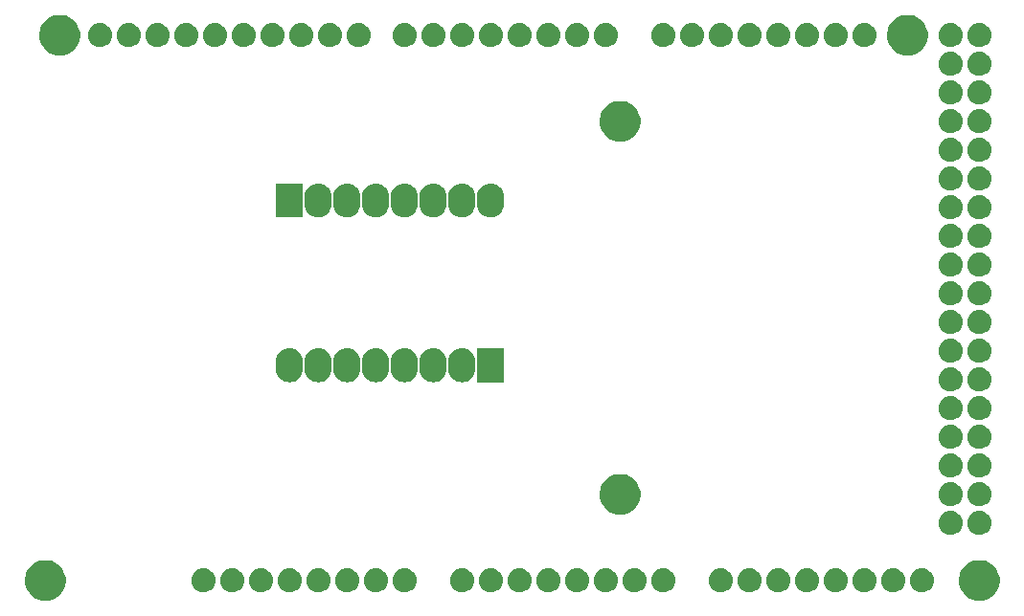
<source format=gbs>
G04 #@! TF.GenerationSoftware,KiCad,Pcbnew,(5.0.2)-1*
G04 #@! TF.CreationDate,2019-01-06T10:46:24+01:00*
G04 #@! TF.ProjectId,P300_Display_IF,50333030-5f44-4697-9370-6c61795f4946,rev?*
G04 #@! TF.SameCoordinates,Original*
G04 #@! TF.FileFunction,Soldermask,Bot*
G04 #@! TF.FilePolarity,Negative*
%FSLAX46Y46*%
G04 Gerber Fmt 4.6, Leading zero omitted, Abs format (unit mm)*
G04 Created by KiCad (PCBNEW (5.0.2)-1) date 06.01.2019 10:46:24*
%MOMM*%
%LPD*%
G01*
G04 APERTURE LIST*
%ADD10C,0.100000*%
G04 APERTURE END LIST*
D10*
G36*
X173071163Y-117614587D02*
X173245041Y-117649173D01*
X173572620Y-117784861D01*
X173808152Y-117942238D01*
X173867435Y-117981850D01*
X174118150Y-118232565D01*
X174118151Y-118232567D01*
X174315139Y-118527380D01*
X174422361Y-118786237D01*
X174450827Y-118854960D01*
X174520000Y-119202715D01*
X174520000Y-119557285D01*
X174485414Y-119731162D01*
X174450827Y-119905041D01*
X174315139Y-120232620D01*
X174225086Y-120367393D01*
X174118150Y-120527435D01*
X173867435Y-120778150D01*
X173808152Y-120817762D01*
X173572620Y-120975139D01*
X173245041Y-121110827D01*
X173071162Y-121145414D01*
X172897285Y-121180000D01*
X172542715Y-121180000D01*
X172368838Y-121145414D01*
X172194959Y-121110827D01*
X171867380Y-120975139D01*
X171631848Y-120817762D01*
X171572565Y-120778150D01*
X171321850Y-120527435D01*
X171214914Y-120367393D01*
X171124861Y-120232620D01*
X170989173Y-119905041D01*
X170954586Y-119731162D01*
X170920000Y-119557285D01*
X170920000Y-119202715D01*
X170989173Y-118854960D01*
X171017639Y-118786237D01*
X171124861Y-118527380D01*
X171321849Y-118232567D01*
X171321850Y-118232565D01*
X171572565Y-117981850D01*
X171631848Y-117942238D01*
X171867380Y-117784861D01*
X172194959Y-117649173D01*
X172368837Y-117614587D01*
X172542715Y-117580000D01*
X172897285Y-117580000D01*
X173071163Y-117614587D01*
X173071163Y-117614587D01*
G37*
G36*
X90521163Y-117614587D02*
X90695041Y-117649173D01*
X91022620Y-117784861D01*
X91258152Y-117942238D01*
X91317435Y-117981850D01*
X91568150Y-118232565D01*
X91568151Y-118232567D01*
X91765139Y-118527380D01*
X91872361Y-118786237D01*
X91900827Y-118854960D01*
X91970000Y-119202715D01*
X91970000Y-119557285D01*
X91935414Y-119731162D01*
X91900827Y-119905041D01*
X91765139Y-120232620D01*
X91675086Y-120367393D01*
X91568150Y-120527435D01*
X91317435Y-120778150D01*
X91258152Y-120817762D01*
X91022620Y-120975139D01*
X90695041Y-121110827D01*
X90521162Y-121145414D01*
X90347285Y-121180000D01*
X89992715Y-121180000D01*
X89818838Y-121145414D01*
X89644959Y-121110827D01*
X89317380Y-120975139D01*
X89081848Y-120817762D01*
X89022565Y-120778150D01*
X88771850Y-120527435D01*
X88664914Y-120367393D01*
X88574861Y-120232620D01*
X88439173Y-119905041D01*
X88404586Y-119731162D01*
X88370000Y-119557285D01*
X88370000Y-119202715D01*
X88439173Y-118854960D01*
X88467639Y-118786237D01*
X88574861Y-118527380D01*
X88771849Y-118232567D01*
X88771850Y-118232565D01*
X89022565Y-117981850D01*
X89081848Y-117942238D01*
X89317380Y-117784861D01*
X89644959Y-117649173D01*
X89818837Y-117614587D01*
X89992715Y-117580000D01*
X90347285Y-117580000D01*
X90521163Y-117614587D01*
X90521163Y-117614587D01*
G37*
G36*
X132288502Y-118331789D02*
X132488991Y-118392607D01*
X132673761Y-118491368D01*
X132673763Y-118491370D01*
X132835718Y-118624282D01*
X132946758Y-118759586D01*
X132968632Y-118786239D01*
X133067393Y-118971009D01*
X133128211Y-119171498D01*
X133148746Y-119380000D01*
X133128211Y-119588502D01*
X133067393Y-119788991D01*
X132968632Y-119973761D01*
X132968630Y-119973763D01*
X132835718Y-120135718D01*
X132700414Y-120246758D01*
X132673761Y-120268632D01*
X132488991Y-120367393D01*
X132288502Y-120428211D01*
X132132251Y-120443600D01*
X132027749Y-120443600D01*
X131871498Y-120428211D01*
X131671009Y-120367393D01*
X131486239Y-120268632D01*
X131459586Y-120246758D01*
X131324282Y-120135718D01*
X131191370Y-119973763D01*
X131191368Y-119973761D01*
X131092607Y-119788991D01*
X131031789Y-119588502D01*
X131011254Y-119380000D01*
X131031789Y-119171498D01*
X131092607Y-118971009D01*
X131191368Y-118786239D01*
X131213242Y-118759586D01*
X131324282Y-118624282D01*
X131486237Y-118491370D01*
X131486239Y-118491368D01*
X131671009Y-118392607D01*
X131871498Y-118331789D01*
X132027749Y-118316400D01*
X132132251Y-118316400D01*
X132288502Y-118331789D01*
X132288502Y-118331789D01*
G37*
G36*
X129748502Y-118331789D02*
X129948991Y-118392607D01*
X130133761Y-118491368D01*
X130133763Y-118491370D01*
X130295718Y-118624282D01*
X130406758Y-118759586D01*
X130428632Y-118786239D01*
X130527393Y-118971009D01*
X130588211Y-119171498D01*
X130608746Y-119380000D01*
X130588211Y-119588502D01*
X130527393Y-119788991D01*
X130428632Y-119973761D01*
X130428630Y-119973763D01*
X130295718Y-120135718D01*
X130160414Y-120246758D01*
X130133761Y-120268632D01*
X129948991Y-120367393D01*
X129748502Y-120428211D01*
X129592251Y-120443600D01*
X129487749Y-120443600D01*
X129331498Y-120428211D01*
X129131009Y-120367393D01*
X128946239Y-120268632D01*
X128919586Y-120246758D01*
X128784282Y-120135718D01*
X128651370Y-119973763D01*
X128651368Y-119973761D01*
X128552607Y-119788991D01*
X128491789Y-119588502D01*
X128471254Y-119380000D01*
X128491789Y-119171498D01*
X128552607Y-118971009D01*
X128651368Y-118786239D01*
X128673242Y-118759586D01*
X128784282Y-118624282D01*
X128946237Y-118491370D01*
X128946239Y-118491368D01*
X129131009Y-118392607D01*
X129331498Y-118331789D01*
X129487749Y-118316400D01*
X129592251Y-118316400D01*
X129748502Y-118331789D01*
X129748502Y-118331789D01*
G37*
G36*
X160228502Y-118331789D02*
X160428991Y-118392607D01*
X160613761Y-118491368D01*
X160613763Y-118491370D01*
X160775718Y-118624282D01*
X160886758Y-118759586D01*
X160908632Y-118786239D01*
X161007393Y-118971009D01*
X161068211Y-119171498D01*
X161088746Y-119380000D01*
X161068211Y-119588502D01*
X161007393Y-119788991D01*
X160908632Y-119973761D01*
X160908630Y-119973763D01*
X160775718Y-120135718D01*
X160640414Y-120246758D01*
X160613761Y-120268632D01*
X160428991Y-120367393D01*
X160228502Y-120428211D01*
X160072251Y-120443600D01*
X159967749Y-120443600D01*
X159811498Y-120428211D01*
X159611009Y-120367393D01*
X159426239Y-120268632D01*
X159399586Y-120246758D01*
X159264282Y-120135718D01*
X159131370Y-119973763D01*
X159131368Y-119973761D01*
X159032607Y-119788991D01*
X158971789Y-119588502D01*
X158951254Y-119380000D01*
X158971789Y-119171498D01*
X159032607Y-118971009D01*
X159131368Y-118786239D01*
X159153242Y-118759586D01*
X159264282Y-118624282D01*
X159426237Y-118491370D01*
X159426239Y-118491368D01*
X159611009Y-118392607D01*
X159811498Y-118331789D01*
X159967749Y-118316400D01*
X160072251Y-118316400D01*
X160228502Y-118331789D01*
X160228502Y-118331789D01*
G37*
G36*
X157688502Y-118331789D02*
X157888991Y-118392607D01*
X158073761Y-118491368D01*
X158073763Y-118491370D01*
X158235718Y-118624282D01*
X158346758Y-118759586D01*
X158368632Y-118786239D01*
X158467393Y-118971009D01*
X158528211Y-119171498D01*
X158548746Y-119380000D01*
X158528211Y-119588502D01*
X158467393Y-119788991D01*
X158368632Y-119973761D01*
X158368630Y-119973763D01*
X158235718Y-120135718D01*
X158100414Y-120246758D01*
X158073761Y-120268632D01*
X157888991Y-120367393D01*
X157688502Y-120428211D01*
X157532251Y-120443600D01*
X157427749Y-120443600D01*
X157271498Y-120428211D01*
X157071009Y-120367393D01*
X156886239Y-120268632D01*
X156859586Y-120246758D01*
X156724282Y-120135718D01*
X156591370Y-119973763D01*
X156591368Y-119973761D01*
X156492607Y-119788991D01*
X156431789Y-119588502D01*
X156411254Y-119380000D01*
X156431789Y-119171498D01*
X156492607Y-118971009D01*
X156591368Y-118786239D01*
X156613242Y-118759586D01*
X156724282Y-118624282D01*
X156886237Y-118491370D01*
X156886239Y-118491368D01*
X157071009Y-118392607D01*
X157271498Y-118331789D01*
X157427749Y-118316400D01*
X157532251Y-118316400D01*
X157688502Y-118331789D01*
X157688502Y-118331789D01*
G37*
G36*
X155148502Y-118331789D02*
X155348991Y-118392607D01*
X155533761Y-118491368D01*
X155533763Y-118491370D01*
X155695718Y-118624282D01*
X155806758Y-118759586D01*
X155828632Y-118786239D01*
X155927393Y-118971009D01*
X155988211Y-119171498D01*
X156008746Y-119380000D01*
X155988211Y-119588502D01*
X155927393Y-119788991D01*
X155828632Y-119973761D01*
X155828630Y-119973763D01*
X155695718Y-120135718D01*
X155560414Y-120246758D01*
X155533761Y-120268632D01*
X155348991Y-120367393D01*
X155148502Y-120428211D01*
X154992251Y-120443600D01*
X154887749Y-120443600D01*
X154731498Y-120428211D01*
X154531009Y-120367393D01*
X154346239Y-120268632D01*
X154319586Y-120246758D01*
X154184282Y-120135718D01*
X154051370Y-119973763D01*
X154051368Y-119973761D01*
X153952607Y-119788991D01*
X153891789Y-119588502D01*
X153871254Y-119380000D01*
X153891789Y-119171498D01*
X153952607Y-118971009D01*
X154051368Y-118786239D01*
X154073242Y-118759586D01*
X154184282Y-118624282D01*
X154346237Y-118491370D01*
X154346239Y-118491368D01*
X154531009Y-118392607D01*
X154731498Y-118331789D01*
X154887749Y-118316400D01*
X154992251Y-118316400D01*
X155148502Y-118331789D01*
X155148502Y-118331789D01*
G37*
G36*
X152608502Y-118331789D02*
X152808991Y-118392607D01*
X152993761Y-118491368D01*
X152993763Y-118491370D01*
X153155718Y-118624282D01*
X153266758Y-118759586D01*
X153288632Y-118786239D01*
X153387393Y-118971009D01*
X153448211Y-119171498D01*
X153468746Y-119380000D01*
X153448211Y-119588502D01*
X153387393Y-119788991D01*
X153288632Y-119973761D01*
X153288630Y-119973763D01*
X153155718Y-120135718D01*
X153020414Y-120246758D01*
X152993761Y-120268632D01*
X152808991Y-120367393D01*
X152608502Y-120428211D01*
X152452251Y-120443600D01*
X152347749Y-120443600D01*
X152191498Y-120428211D01*
X151991009Y-120367393D01*
X151806239Y-120268632D01*
X151779586Y-120246758D01*
X151644282Y-120135718D01*
X151511370Y-119973763D01*
X151511368Y-119973761D01*
X151412607Y-119788991D01*
X151351789Y-119588502D01*
X151331254Y-119380000D01*
X151351789Y-119171498D01*
X151412607Y-118971009D01*
X151511368Y-118786239D01*
X151533242Y-118759586D01*
X151644282Y-118624282D01*
X151806237Y-118491370D01*
X151806239Y-118491368D01*
X151991009Y-118392607D01*
X152191498Y-118331789D01*
X152347749Y-118316400D01*
X152452251Y-118316400D01*
X152608502Y-118331789D01*
X152608502Y-118331789D01*
G37*
G36*
X150068502Y-118331789D02*
X150268991Y-118392607D01*
X150453761Y-118491368D01*
X150453763Y-118491370D01*
X150615718Y-118624282D01*
X150726758Y-118759586D01*
X150748632Y-118786239D01*
X150847393Y-118971009D01*
X150908211Y-119171498D01*
X150928746Y-119380000D01*
X150908211Y-119588502D01*
X150847393Y-119788991D01*
X150748632Y-119973761D01*
X150748630Y-119973763D01*
X150615718Y-120135718D01*
X150480414Y-120246758D01*
X150453761Y-120268632D01*
X150268991Y-120367393D01*
X150068502Y-120428211D01*
X149912251Y-120443600D01*
X149807749Y-120443600D01*
X149651498Y-120428211D01*
X149451009Y-120367393D01*
X149266239Y-120268632D01*
X149239586Y-120246758D01*
X149104282Y-120135718D01*
X148971370Y-119973763D01*
X148971368Y-119973761D01*
X148872607Y-119788991D01*
X148811789Y-119588502D01*
X148791254Y-119380000D01*
X148811789Y-119171498D01*
X148872607Y-118971009D01*
X148971368Y-118786239D01*
X148993242Y-118759586D01*
X149104282Y-118624282D01*
X149266237Y-118491370D01*
X149266239Y-118491368D01*
X149451009Y-118392607D01*
X149651498Y-118331789D01*
X149807749Y-118316400D01*
X149912251Y-118316400D01*
X150068502Y-118331789D01*
X150068502Y-118331789D01*
G37*
G36*
X144988502Y-118331789D02*
X145188991Y-118392607D01*
X145373761Y-118491368D01*
X145373763Y-118491370D01*
X145535718Y-118624282D01*
X145646758Y-118759586D01*
X145668632Y-118786239D01*
X145767393Y-118971009D01*
X145828211Y-119171498D01*
X145848746Y-119380000D01*
X145828211Y-119588502D01*
X145767393Y-119788991D01*
X145668632Y-119973761D01*
X145668630Y-119973763D01*
X145535718Y-120135718D01*
X145400414Y-120246758D01*
X145373761Y-120268632D01*
X145188991Y-120367393D01*
X144988502Y-120428211D01*
X144832251Y-120443600D01*
X144727749Y-120443600D01*
X144571498Y-120428211D01*
X144371009Y-120367393D01*
X144186239Y-120268632D01*
X144159586Y-120246758D01*
X144024282Y-120135718D01*
X143891370Y-119973763D01*
X143891368Y-119973761D01*
X143792607Y-119788991D01*
X143731789Y-119588502D01*
X143711254Y-119380000D01*
X143731789Y-119171498D01*
X143792607Y-118971009D01*
X143891368Y-118786239D01*
X143913242Y-118759586D01*
X144024282Y-118624282D01*
X144186237Y-118491370D01*
X144186239Y-118491368D01*
X144371009Y-118392607D01*
X144571498Y-118331789D01*
X144727749Y-118316400D01*
X144832251Y-118316400D01*
X144988502Y-118331789D01*
X144988502Y-118331789D01*
G37*
G36*
X142448502Y-118331789D02*
X142648991Y-118392607D01*
X142833761Y-118491368D01*
X142833763Y-118491370D01*
X142995718Y-118624282D01*
X143106758Y-118759586D01*
X143128632Y-118786239D01*
X143227393Y-118971009D01*
X143288211Y-119171498D01*
X143308746Y-119380000D01*
X143288211Y-119588502D01*
X143227393Y-119788991D01*
X143128632Y-119973761D01*
X143128630Y-119973763D01*
X142995718Y-120135718D01*
X142860414Y-120246758D01*
X142833761Y-120268632D01*
X142648991Y-120367393D01*
X142448502Y-120428211D01*
X142292251Y-120443600D01*
X142187749Y-120443600D01*
X142031498Y-120428211D01*
X141831009Y-120367393D01*
X141646239Y-120268632D01*
X141619586Y-120246758D01*
X141484282Y-120135718D01*
X141351370Y-119973763D01*
X141351368Y-119973761D01*
X141252607Y-119788991D01*
X141191789Y-119588502D01*
X141171254Y-119380000D01*
X141191789Y-119171498D01*
X141252607Y-118971009D01*
X141351368Y-118786239D01*
X141373242Y-118759586D01*
X141484282Y-118624282D01*
X141646237Y-118491370D01*
X141646239Y-118491368D01*
X141831009Y-118392607D01*
X142031498Y-118331789D01*
X142187749Y-118316400D01*
X142292251Y-118316400D01*
X142448502Y-118331789D01*
X142448502Y-118331789D01*
G37*
G36*
X139908502Y-118331789D02*
X140108991Y-118392607D01*
X140293761Y-118491368D01*
X140293763Y-118491370D01*
X140455718Y-118624282D01*
X140566758Y-118759586D01*
X140588632Y-118786239D01*
X140687393Y-118971009D01*
X140748211Y-119171498D01*
X140768746Y-119380000D01*
X140748211Y-119588502D01*
X140687393Y-119788991D01*
X140588632Y-119973761D01*
X140588630Y-119973763D01*
X140455718Y-120135718D01*
X140320414Y-120246758D01*
X140293761Y-120268632D01*
X140108991Y-120367393D01*
X139908502Y-120428211D01*
X139752251Y-120443600D01*
X139647749Y-120443600D01*
X139491498Y-120428211D01*
X139291009Y-120367393D01*
X139106239Y-120268632D01*
X139079586Y-120246758D01*
X138944282Y-120135718D01*
X138811370Y-119973763D01*
X138811368Y-119973761D01*
X138712607Y-119788991D01*
X138651789Y-119588502D01*
X138631254Y-119380000D01*
X138651789Y-119171498D01*
X138712607Y-118971009D01*
X138811368Y-118786239D01*
X138833242Y-118759586D01*
X138944282Y-118624282D01*
X139106237Y-118491370D01*
X139106239Y-118491368D01*
X139291009Y-118392607D01*
X139491498Y-118331789D01*
X139647749Y-118316400D01*
X139752251Y-118316400D01*
X139908502Y-118331789D01*
X139908502Y-118331789D01*
G37*
G36*
X137368502Y-118331789D02*
X137568991Y-118392607D01*
X137753761Y-118491368D01*
X137753763Y-118491370D01*
X137915718Y-118624282D01*
X138026758Y-118759586D01*
X138048632Y-118786239D01*
X138147393Y-118971009D01*
X138208211Y-119171498D01*
X138228746Y-119380000D01*
X138208211Y-119588502D01*
X138147393Y-119788991D01*
X138048632Y-119973761D01*
X138048630Y-119973763D01*
X137915718Y-120135718D01*
X137780414Y-120246758D01*
X137753761Y-120268632D01*
X137568991Y-120367393D01*
X137368502Y-120428211D01*
X137212251Y-120443600D01*
X137107749Y-120443600D01*
X136951498Y-120428211D01*
X136751009Y-120367393D01*
X136566239Y-120268632D01*
X136539586Y-120246758D01*
X136404282Y-120135718D01*
X136271370Y-119973763D01*
X136271368Y-119973761D01*
X136172607Y-119788991D01*
X136111789Y-119588502D01*
X136091254Y-119380000D01*
X136111789Y-119171498D01*
X136172607Y-118971009D01*
X136271368Y-118786239D01*
X136293242Y-118759586D01*
X136404282Y-118624282D01*
X136566237Y-118491370D01*
X136566239Y-118491368D01*
X136751009Y-118392607D01*
X136951498Y-118331789D01*
X137107749Y-118316400D01*
X137212251Y-118316400D01*
X137368502Y-118331789D01*
X137368502Y-118331789D01*
G37*
G36*
X134828502Y-118331789D02*
X135028991Y-118392607D01*
X135213761Y-118491368D01*
X135213763Y-118491370D01*
X135375718Y-118624282D01*
X135486758Y-118759586D01*
X135508632Y-118786239D01*
X135607393Y-118971009D01*
X135668211Y-119171498D01*
X135688746Y-119380000D01*
X135668211Y-119588502D01*
X135607393Y-119788991D01*
X135508632Y-119973761D01*
X135508630Y-119973763D01*
X135375718Y-120135718D01*
X135240414Y-120246758D01*
X135213761Y-120268632D01*
X135028991Y-120367393D01*
X134828502Y-120428211D01*
X134672251Y-120443600D01*
X134567749Y-120443600D01*
X134411498Y-120428211D01*
X134211009Y-120367393D01*
X134026239Y-120268632D01*
X133999586Y-120246758D01*
X133864282Y-120135718D01*
X133731370Y-119973763D01*
X133731368Y-119973761D01*
X133632607Y-119788991D01*
X133571789Y-119588502D01*
X133551254Y-119380000D01*
X133571789Y-119171498D01*
X133632607Y-118971009D01*
X133731368Y-118786239D01*
X133753242Y-118759586D01*
X133864282Y-118624282D01*
X134026237Y-118491370D01*
X134026239Y-118491368D01*
X134211009Y-118392607D01*
X134411498Y-118331789D01*
X134567749Y-118316400D01*
X134672251Y-118316400D01*
X134828502Y-118331789D01*
X134828502Y-118331789D01*
G37*
G36*
X162768502Y-118331789D02*
X162968991Y-118392607D01*
X163153761Y-118491368D01*
X163153763Y-118491370D01*
X163315718Y-118624282D01*
X163426758Y-118759586D01*
X163448632Y-118786239D01*
X163547393Y-118971009D01*
X163608211Y-119171498D01*
X163628746Y-119380000D01*
X163608211Y-119588502D01*
X163547393Y-119788991D01*
X163448632Y-119973761D01*
X163448630Y-119973763D01*
X163315718Y-120135718D01*
X163180414Y-120246758D01*
X163153761Y-120268632D01*
X162968991Y-120367393D01*
X162768502Y-120428211D01*
X162612251Y-120443600D01*
X162507749Y-120443600D01*
X162351498Y-120428211D01*
X162151009Y-120367393D01*
X161966239Y-120268632D01*
X161939586Y-120246758D01*
X161804282Y-120135718D01*
X161671370Y-119973763D01*
X161671368Y-119973761D01*
X161572607Y-119788991D01*
X161511789Y-119588502D01*
X161491254Y-119380000D01*
X161511789Y-119171498D01*
X161572607Y-118971009D01*
X161671368Y-118786239D01*
X161693242Y-118759586D01*
X161804282Y-118624282D01*
X161966237Y-118491370D01*
X161966239Y-118491368D01*
X162151009Y-118392607D01*
X162351498Y-118331789D01*
X162507749Y-118316400D01*
X162612251Y-118316400D01*
X162768502Y-118331789D01*
X162768502Y-118331789D01*
G37*
G36*
X104348502Y-118331789D02*
X104548991Y-118392607D01*
X104733761Y-118491368D01*
X104733763Y-118491370D01*
X104895718Y-118624282D01*
X105006758Y-118759586D01*
X105028632Y-118786239D01*
X105127393Y-118971009D01*
X105188211Y-119171498D01*
X105208746Y-119380000D01*
X105188211Y-119588502D01*
X105127393Y-119788991D01*
X105028632Y-119973761D01*
X105028630Y-119973763D01*
X104895718Y-120135718D01*
X104760414Y-120246758D01*
X104733761Y-120268632D01*
X104548991Y-120367393D01*
X104348502Y-120428211D01*
X104192251Y-120443600D01*
X104087749Y-120443600D01*
X103931498Y-120428211D01*
X103731009Y-120367393D01*
X103546239Y-120268632D01*
X103519586Y-120246758D01*
X103384282Y-120135718D01*
X103251370Y-119973763D01*
X103251368Y-119973761D01*
X103152607Y-119788991D01*
X103091789Y-119588502D01*
X103071254Y-119380000D01*
X103091789Y-119171498D01*
X103152607Y-118971009D01*
X103251368Y-118786239D01*
X103273242Y-118759586D01*
X103384282Y-118624282D01*
X103546237Y-118491370D01*
X103546239Y-118491368D01*
X103731009Y-118392607D01*
X103931498Y-118331789D01*
X104087749Y-118316400D01*
X104192251Y-118316400D01*
X104348502Y-118331789D01*
X104348502Y-118331789D01*
G37*
G36*
X165308502Y-118331789D02*
X165508991Y-118392607D01*
X165693761Y-118491368D01*
X165693763Y-118491370D01*
X165855718Y-118624282D01*
X165966758Y-118759586D01*
X165988632Y-118786239D01*
X166087393Y-118971009D01*
X166148211Y-119171498D01*
X166168746Y-119380000D01*
X166148211Y-119588502D01*
X166087393Y-119788991D01*
X165988632Y-119973761D01*
X165988630Y-119973763D01*
X165855718Y-120135718D01*
X165720414Y-120246758D01*
X165693761Y-120268632D01*
X165508991Y-120367393D01*
X165308502Y-120428211D01*
X165152251Y-120443600D01*
X165047749Y-120443600D01*
X164891498Y-120428211D01*
X164691009Y-120367393D01*
X164506239Y-120268632D01*
X164479586Y-120246758D01*
X164344282Y-120135718D01*
X164211370Y-119973763D01*
X164211368Y-119973761D01*
X164112607Y-119788991D01*
X164051789Y-119588502D01*
X164031254Y-119380000D01*
X164051789Y-119171498D01*
X164112607Y-118971009D01*
X164211368Y-118786239D01*
X164233242Y-118759586D01*
X164344282Y-118624282D01*
X164506237Y-118491370D01*
X164506239Y-118491368D01*
X164691009Y-118392607D01*
X164891498Y-118331789D01*
X165047749Y-118316400D01*
X165152251Y-118316400D01*
X165308502Y-118331789D01*
X165308502Y-118331789D01*
G37*
G36*
X167848502Y-118331789D02*
X168048991Y-118392607D01*
X168233761Y-118491368D01*
X168233763Y-118491370D01*
X168395718Y-118624282D01*
X168506758Y-118759586D01*
X168528632Y-118786239D01*
X168627393Y-118971009D01*
X168688211Y-119171498D01*
X168708746Y-119380000D01*
X168688211Y-119588502D01*
X168627393Y-119788991D01*
X168528632Y-119973761D01*
X168528630Y-119973763D01*
X168395718Y-120135718D01*
X168260414Y-120246758D01*
X168233761Y-120268632D01*
X168048991Y-120367393D01*
X167848502Y-120428211D01*
X167692251Y-120443600D01*
X167587749Y-120443600D01*
X167431498Y-120428211D01*
X167231009Y-120367393D01*
X167046239Y-120268632D01*
X167019586Y-120246758D01*
X166884282Y-120135718D01*
X166751370Y-119973763D01*
X166751368Y-119973761D01*
X166652607Y-119788991D01*
X166591789Y-119588502D01*
X166571254Y-119380000D01*
X166591789Y-119171498D01*
X166652607Y-118971009D01*
X166751368Y-118786239D01*
X166773242Y-118759586D01*
X166884282Y-118624282D01*
X167046237Y-118491370D01*
X167046239Y-118491368D01*
X167231009Y-118392607D01*
X167431498Y-118331789D01*
X167587749Y-118316400D01*
X167692251Y-118316400D01*
X167848502Y-118331789D01*
X167848502Y-118331789D01*
G37*
G36*
X106888502Y-118331789D02*
X107088991Y-118392607D01*
X107273761Y-118491368D01*
X107273763Y-118491370D01*
X107435718Y-118624282D01*
X107546758Y-118759586D01*
X107568632Y-118786239D01*
X107667393Y-118971009D01*
X107728211Y-119171498D01*
X107748746Y-119380000D01*
X107728211Y-119588502D01*
X107667393Y-119788991D01*
X107568632Y-119973761D01*
X107568630Y-119973763D01*
X107435718Y-120135718D01*
X107300414Y-120246758D01*
X107273761Y-120268632D01*
X107088991Y-120367393D01*
X106888502Y-120428211D01*
X106732251Y-120443600D01*
X106627749Y-120443600D01*
X106471498Y-120428211D01*
X106271009Y-120367393D01*
X106086239Y-120268632D01*
X106059586Y-120246758D01*
X105924282Y-120135718D01*
X105791370Y-119973763D01*
X105791368Y-119973761D01*
X105692607Y-119788991D01*
X105631789Y-119588502D01*
X105611254Y-119380000D01*
X105631789Y-119171498D01*
X105692607Y-118971009D01*
X105791368Y-118786239D01*
X105813242Y-118759586D01*
X105924282Y-118624282D01*
X106086237Y-118491370D01*
X106086239Y-118491368D01*
X106271009Y-118392607D01*
X106471498Y-118331789D01*
X106627749Y-118316400D01*
X106732251Y-118316400D01*
X106888502Y-118331789D01*
X106888502Y-118331789D01*
G37*
G36*
X109428502Y-118331789D02*
X109628991Y-118392607D01*
X109813761Y-118491368D01*
X109813763Y-118491370D01*
X109975718Y-118624282D01*
X110086758Y-118759586D01*
X110108632Y-118786239D01*
X110207393Y-118971009D01*
X110268211Y-119171498D01*
X110288746Y-119380000D01*
X110268211Y-119588502D01*
X110207393Y-119788991D01*
X110108632Y-119973761D01*
X110108630Y-119973763D01*
X109975718Y-120135718D01*
X109840414Y-120246758D01*
X109813761Y-120268632D01*
X109628991Y-120367393D01*
X109428502Y-120428211D01*
X109272251Y-120443600D01*
X109167749Y-120443600D01*
X109011498Y-120428211D01*
X108811009Y-120367393D01*
X108626239Y-120268632D01*
X108599586Y-120246758D01*
X108464282Y-120135718D01*
X108331370Y-119973763D01*
X108331368Y-119973761D01*
X108232607Y-119788991D01*
X108171789Y-119588502D01*
X108151254Y-119380000D01*
X108171789Y-119171498D01*
X108232607Y-118971009D01*
X108331368Y-118786239D01*
X108353242Y-118759586D01*
X108464282Y-118624282D01*
X108626237Y-118491370D01*
X108626239Y-118491368D01*
X108811009Y-118392607D01*
X109011498Y-118331789D01*
X109167749Y-118316400D01*
X109272251Y-118316400D01*
X109428502Y-118331789D01*
X109428502Y-118331789D01*
G37*
G36*
X111968502Y-118331789D02*
X112168991Y-118392607D01*
X112353761Y-118491368D01*
X112353763Y-118491370D01*
X112515718Y-118624282D01*
X112626758Y-118759586D01*
X112648632Y-118786239D01*
X112747393Y-118971009D01*
X112808211Y-119171498D01*
X112828746Y-119380000D01*
X112808211Y-119588502D01*
X112747393Y-119788991D01*
X112648632Y-119973761D01*
X112648630Y-119973763D01*
X112515718Y-120135718D01*
X112380414Y-120246758D01*
X112353761Y-120268632D01*
X112168991Y-120367393D01*
X111968502Y-120428211D01*
X111812251Y-120443600D01*
X111707749Y-120443600D01*
X111551498Y-120428211D01*
X111351009Y-120367393D01*
X111166239Y-120268632D01*
X111139586Y-120246758D01*
X111004282Y-120135718D01*
X110871370Y-119973763D01*
X110871368Y-119973761D01*
X110772607Y-119788991D01*
X110711789Y-119588502D01*
X110691254Y-119380000D01*
X110711789Y-119171498D01*
X110772607Y-118971009D01*
X110871368Y-118786239D01*
X110893242Y-118759586D01*
X111004282Y-118624282D01*
X111166237Y-118491370D01*
X111166239Y-118491368D01*
X111351009Y-118392607D01*
X111551498Y-118331789D01*
X111707749Y-118316400D01*
X111812251Y-118316400D01*
X111968502Y-118331789D01*
X111968502Y-118331789D01*
G37*
G36*
X114508502Y-118331789D02*
X114708991Y-118392607D01*
X114893761Y-118491368D01*
X114893763Y-118491370D01*
X115055718Y-118624282D01*
X115166758Y-118759586D01*
X115188632Y-118786239D01*
X115287393Y-118971009D01*
X115348211Y-119171498D01*
X115368746Y-119380000D01*
X115348211Y-119588502D01*
X115287393Y-119788991D01*
X115188632Y-119973761D01*
X115188630Y-119973763D01*
X115055718Y-120135718D01*
X114920414Y-120246758D01*
X114893761Y-120268632D01*
X114708991Y-120367393D01*
X114508502Y-120428211D01*
X114352251Y-120443600D01*
X114247749Y-120443600D01*
X114091498Y-120428211D01*
X113891009Y-120367393D01*
X113706239Y-120268632D01*
X113679586Y-120246758D01*
X113544282Y-120135718D01*
X113411370Y-119973763D01*
X113411368Y-119973761D01*
X113312607Y-119788991D01*
X113251789Y-119588502D01*
X113231254Y-119380000D01*
X113251789Y-119171498D01*
X113312607Y-118971009D01*
X113411368Y-118786239D01*
X113433242Y-118759586D01*
X113544282Y-118624282D01*
X113706237Y-118491370D01*
X113706239Y-118491368D01*
X113891009Y-118392607D01*
X114091498Y-118331789D01*
X114247749Y-118316400D01*
X114352251Y-118316400D01*
X114508502Y-118331789D01*
X114508502Y-118331789D01*
G37*
G36*
X117048502Y-118331789D02*
X117248991Y-118392607D01*
X117433761Y-118491368D01*
X117433763Y-118491370D01*
X117595718Y-118624282D01*
X117706758Y-118759586D01*
X117728632Y-118786239D01*
X117827393Y-118971009D01*
X117888211Y-119171498D01*
X117908746Y-119380000D01*
X117888211Y-119588502D01*
X117827393Y-119788991D01*
X117728632Y-119973761D01*
X117728630Y-119973763D01*
X117595718Y-120135718D01*
X117460414Y-120246758D01*
X117433761Y-120268632D01*
X117248991Y-120367393D01*
X117048502Y-120428211D01*
X116892251Y-120443600D01*
X116787749Y-120443600D01*
X116631498Y-120428211D01*
X116431009Y-120367393D01*
X116246239Y-120268632D01*
X116219586Y-120246758D01*
X116084282Y-120135718D01*
X115951370Y-119973763D01*
X115951368Y-119973761D01*
X115852607Y-119788991D01*
X115791789Y-119588502D01*
X115771254Y-119380000D01*
X115791789Y-119171498D01*
X115852607Y-118971009D01*
X115951368Y-118786239D01*
X115973242Y-118759586D01*
X116084282Y-118624282D01*
X116246237Y-118491370D01*
X116246239Y-118491368D01*
X116431009Y-118392607D01*
X116631498Y-118331789D01*
X116787749Y-118316400D01*
X116892251Y-118316400D01*
X117048502Y-118331789D01*
X117048502Y-118331789D01*
G37*
G36*
X119588502Y-118331789D02*
X119788991Y-118392607D01*
X119973761Y-118491368D01*
X119973763Y-118491370D01*
X120135718Y-118624282D01*
X120246758Y-118759586D01*
X120268632Y-118786239D01*
X120367393Y-118971009D01*
X120428211Y-119171498D01*
X120448746Y-119380000D01*
X120428211Y-119588502D01*
X120367393Y-119788991D01*
X120268632Y-119973761D01*
X120268630Y-119973763D01*
X120135718Y-120135718D01*
X120000414Y-120246758D01*
X119973761Y-120268632D01*
X119788991Y-120367393D01*
X119588502Y-120428211D01*
X119432251Y-120443600D01*
X119327749Y-120443600D01*
X119171498Y-120428211D01*
X118971009Y-120367393D01*
X118786239Y-120268632D01*
X118759586Y-120246758D01*
X118624282Y-120135718D01*
X118491370Y-119973763D01*
X118491368Y-119973761D01*
X118392607Y-119788991D01*
X118331789Y-119588502D01*
X118311254Y-119380000D01*
X118331789Y-119171498D01*
X118392607Y-118971009D01*
X118491368Y-118786239D01*
X118513242Y-118759586D01*
X118624282Y-118624282D01*
X118786237Y-118491370D01*
X118786239Y-118491368D01*
X118971009Y-118392607D01*
X119171498Y-118331789D01*
X119327749Y-118316400D01*
X119432251Y-118316400D01*
X119588502Y-118331789D01*
X119588502Y-118331789D01*
G37*
G36*
X122128502Y-118331789D02*
X122328991Y-118392607D01*
X122513761Y-118491368D01*
X122513763Y-118491370D01*
X122675718Y-118624282D01*
X122786758Y-118759586D01*
X122808632Y-118786239D01*
X122907393Y-118971009D01*
X122968211Y-119171498D01*
X122988746Y-119380000D01*
X122968211Y-119588502D01*
X122907393Y-119788991D01*
X122808632Y-119973761D01*
X122808630Y-119973763D01*
X122675718Y-120135718D01*
X122540414Y-120246758D01*
X122513761Y-120268632D01*
X122328991Y-120367393D01*
X122128502Y-120428211D01*
X121972251Y-120443600D01*
X121867749Y-120443600D01*
X121711498Y-120428211D01*
X121511009Y-120367393D01*
X121326239Y-120268632D01*
X121299586Y-120246758D01*
X121164282Y-120135718D01*
X121031370Y-119973763D01*
X121031368Y-119973761D01*
X120932607Y-119788991D01*
X120871789Y-119588502D01*
X120851254Y-119380000D01*
X120871789Y-119171498D01*
X120932607Y-118971009D01*
X121031368Y-118786239D01*
X121053242Y-118759586D01*
X121164282Y-118624282D01*
X121326237Y-118491370D01*
X121326239Y-118491368D01*
X121511009Y-118392607D01*
X121711498Y-118331789D01*
X121867749Y-118316400D01*
X121972251Y-118316400D01*
X122128502Y-118331789D01*
X122128502Y-118331789D01*
G37*
G36*
X127208502Y-118331789D02*
X127408991Y-118392607D01*
X127593761Y-118491368D01*
X127593763Y-118491370D01*
X127755718Y-118624282D01*
X127866758Y-118759586D01*
X127888632Y-118786239D01*
X127987393Y-118971009D01*
X128048211Y-119171498D01*
X128068746Y-119380000D01*
X128048211Y-119588502D01*
X127987393Y-119788991D01*
X127888632Y-119973761D01*
X127888630Y-119973763D01*
X127755718Y-120135718D01*
X127620414Y-120246758D01*
X127593761Y-120268632D01*
X127408991Y-120367393D01*
X127208502Y-120428211D01*
X127052251Y-120443600D01*
X126947749Y-120443600D01*
X126791498Y-120428211D01*
X126591009Y-120367393D01*
X126406239Y-120268632D01*
X126379586Y-120246758D01*
X126244282Y-120135718D01*
X126111370Y-119973763D01*
X126111368Y-119973761D01*
X126012607Y-119788991D01*
X125951789Y-119588502D01*
X125931254Y-119380000D01*
X125951789Y-119171498D01*
X126012607Y-118971009D01*
X126111368Y-118786239D01*
X126133242Y-118759586D01*
X126244282Y-118624282D01*
X126406237Y-118491370D01*
X126406239Y-118491368D01*
X126591009Y-118392607D01*
X126791498Y-118331789D01*
X126947749Y-118316400D01*
X127052251Y-118316400D01*
X127208502Y-118331789D01*
X127208502Y-118331789D01*
G37*
G36*
X170388502Y-113251789D02*
X170588991Y-113312607D01*
X170773761Y-113411368D01*
X170773763Y-113411370D01*
X170935718Y-113544282D01*
X171046758Y-113679586D01*
X171068632Y-113706239D01*
X171167393Y-113891009D01*
X171228211Y-114091498D01*
X171248746Y-114300000D01*
X171228211Y-114508502D01*
X171167393Y-114708991D01*
X171068632Y-114893761D01*
X171068630Y-114893763D01*
X170935718Y-115055718D01*
X170800414Y-115166758D01*
X170773761Y-115188632D01*
X170588991Y-115287393D01*
X170388502Y-115348211D01*
X170232251Y-115363600D01*
X170127749Y-115363600D01*
X169971498Y-115348211D01*
X169771009Y-115287393D01*
X169586239Y-115188632D01*
X169559586Y-115166758D01*
X169424282Y-115055718D01*
X169291370Y-114893763D01*
X169291368Y-114893761D01*
X169192607Y-114708991D01*
X169131789Y-114508502D01*
X169111254Y-114300000D01*
X169131789Y-114091498D01*
X169192607Y-113891009D01*
X169291368Y-113706239D01*
X169313242Y-113679586D01*
X169424282Y-113544282D01*
X169586237Y-113411370D01*
X169586239Y-113411368D01*
X169771009Y-113312607D01*
X169971498Y-113251789D01*
X170127749Y-113236400D01*
X170232251Y-113236400D01*
X170388502Y-113251789D01*
X170388502Y-113251789D01*
G37*
G36*
X172928502Y-113251789D02*
X173128991Y-113312607D01*
X173313761Y-113411368D01*
X173313763Y-113411370D01*
X173475718Y-113544282D01*
X173586758Y-113679586D01*
X173608632Y-113706239D01*
X173707393Y-113891009D01*
X173768211Y-114091498D01*
X173788746Y-114300000D01*
X173768211Y-114508502D01*
X173707393Y-114708991D01*
X173608632Y-114893761D01*
X173608630Y-114893763D01*
X173475718Y-115055718D01*
X173340414Y-115166758D01*
X173313761Y-115188632D01*
X173128991Y-115287393D01*
X172928502Y-115348211D01*
X172772251Y-115363600D01*
X172667749Y-115363600D01*
X172511498Y-115348211D01*
X172311009Y-115287393D01*
X172126239Y-115188632D01*
X172099586Y-115166758D01*
X171964282Y-115055718D01*
X171831370Y-114893763D01*
X171831368Y-114893761D01*
X171732607Y-114708991D01*
X171671789Y-114508502D01*
X171651254Y-114300000D01*
X171671789Y-114091498D01*
X171732607Y-113891009D01*
X171831368Y-113706239D01*
X171853242Y-113679586D01*
X171964282Y-113544282D01*
X172126237Y-113411370D01*
X172126239Y-113411368D01*
X172311009Y-113312607D01*
X172511498Y-113251789D01*
X172667749Y-113236400D01*
X172772251Y-113236400D01*
X172928502Y-113251789D01*
X172928502Y-113251789D01*
G37*
G36*
X141226299Y-109975717D02*
X141495041Y-110029173D01*
X141822620Y-110164861D01*
X142000325Y-110283600D01*
X142117435Y-110361850D01*
X142368150Y-110612565D01*
X142368151Y-110612567D01*
X142565139Y-110907380D01*
X142672361Y-111166237D01*
X142700827Y-111234960D01*
X142770000Y-111582715D01*
X142770000Y-111937285D01*
X142735414Y-112111162D01*
X142700827Y-112285041D01*
X142565139Y-112612620D01*
X142475086Y-112747393D01*
X142368150Y-112907435D01*
X142117435Y-113158150D01*
X142058152Y-113197762D01*
X141822620Y-113355139D01*
X141495041Y-113490827D01*
X141321163Y-113525413D01*
X141147285Y-113560000D01*
X140792715Y-113560000D01*
X140618837Y-113525413D01*
X140444959Y-113490827D01*
X140117380Y-113355139D01*
X139881848Y-113197762D01*
X139822565Y-113158150D01*
X139571850Y-112907435D01*
X139464914Y-112747393D01*
X139374861Y-112612620D01*
X139239173Y-112285041D01*
X139204587Y-112111163D01*
X139170000Y-111937285D01*
X139170000Y-111582715D01*
X139239173Y-111234960D01*
X139267639Y-111166237D01*
X139374861Y-110907380D01*
X139571849Y-110612567D01*
X139571850Y-110612565D01*
X139822565Y-110361850D01*
X139939675Y-110283600D01*
X140117380Y-110164861D01*
X140444959Y-110029173D01*
X140713701Y-109975717D01*
X140792715Y-109960000D01*
X141147285Y-109960000D01*
X141226299Y-109975717D01*
X141226299Y-109975717D01*
G37*
G36*
X172928502Y-110711789D02*
X173128991Y-110772607D01*
X173313761Y-110871368D01*
X173313763Y-110871370D01*
X173475718Y-111004282D01*
X173586758Y-111139586D01*
X173608632Y-111166239D01*
X173707393Y-111351009D01*
X173768211Y-111551498D01*
X173788746Y-111760000D01*
X173768211Y-111968502D01*
X173707393Y-112168991D01*
X173608632Y-112353761D01*
X173608630Y-112353763D01*
X173475718Y-112515718D01*
X173340414Y-112626758D01*
X173313761Y-112648632D01*
X173128991Y-112747393D01*
X172928502Y-112808211D01*
X172772251Y-112823600D01*
X172667749Y-112823600D01*
X172511498Y-112808211D01*
X172311009Y-112747393D01*
X172126239Y-112648632D01*
X172099586Y-112626758D01*
X171964282Y-112515718D01*
X171831370Y-112353763D01*
X171831368Y-112353761D01*
X171732607Y-112168991D01*
X171671789Y-111968502D01*
X171651254Y-111760000D01*
X171671789Y-111551498D01*
X171732607Y-111351009D01*
X171831368Y-111166239D01*
X171853242Y-111139586D01*
X171964282Y-111004282D01*
X172126237Y-110871370D01*
X172126239Y-110871368D01*
X172311009Y-110772607D01*
X172511498Y-110711789D01*
X172667749Y-110696400D01*
X172772251Y-110696400D01*
X172928502Y-110711789D01*
X172928502Y-110711789D01*
G37*
G36*
X170388502Y-110711789D02*
X170588991Y-110772607D01*
X170773761Y-110871368D01*
X170773763Y-110871370D01*
X170935718Y-111004282D01*
X171046758Y-111139586D01*
X171068632Y-111166239D01*
X171167393Y-111351009D01*
X171228211Y-111551498D01*
X171248746Y-111760000D01*
X171228211Y-111968502D01*
X171167393Y-112168991D01*
X171068632Y-112353761D01*
X171068630Y-112353763D01*
X170935718Y-112515718D01*
X170800414Y-112626758D01*
X170773761Y-112648632D01*
X170588991Y-112747393D01*
X170388502Y-112808211D01*
X170232251Y-112823600D01*
X170127749Y-112823600D01*
X169971498Y-112808211D01*
X169771009Y-112747393D01*
X169586239Y-112648632D01*
X169559586Y-112626758D01*
X169424282Y-112515718D01*
X169291370Y-112353763D01*
X169291368Y-112353761D01*
X169192607Y-112168991D01*
X169131789Y-111968502D01*
X169111254Y-111760000D01*
X169131789Y-111551498D01*
X169192607Y-111351009D01*
X169291368Y-111166239D01*
X169313242Y-111139586D01*
X169424282Y-111004282D01*
X169586237Y-110871370D01*
X169586239Y-110871368D01*
X169771009Y-110772607D01*
X169971498Y-110711789D01*
X170127749Y-110696400D01*
X170232251Y-110696400D01*
X170388502Y-110711789D01*
X170388502Y-110711789D01*
G37*
G36*
X170388502Y-108171789D02*
X170588991Y-108232607D01*
X170773761Y-108331368D01*
X170773763Y-108331370D01*
X170935718Y-108464282D01*
X171046758Y-108599586D01*
X171068632Y-108626239D01*
X171167393Y-108811009D01*
X171228211Y-109011498D01*
X171248746Y-109220000D01*
X171228211Y-109428502D01*
X171167393Y-109628991D01*
X171068632Y-109813761D01*
X171068630Y-109813763D01*
X170935718Y-109975718D01*
X170800414Y-110086758D01*
X170773761Y-110108632D01*
X170588991Y-110207393D01*
X170388502Y-110268211D01*
X170232251Y-110283600D01*
X170127749Y-110283600D01*
X169971498Y-110268211D01*
X169771009Y-110207393D01*
X169586239Y-110108632D01*
X169559586Y-110086758D01*
X169424282Y-109975718D01*
X169291370Y-109813763D01*
X169291368Y-109813761D01*
X169192607Y-109628991D01*
X169131789Y-109428502D01*
X169111254Y-109220000D01*
X169131789Y-109011498D01*
X169192607Y-108811009D01*
X169291368Y-108626239D01*
X169313242Y-108599586D01*
X169424282Y-108464282D01*
X169586237Y-108331370D01*
X169586239Y-108331368D01*
X169771009Y-108232607D01*
X169971498Y-108171789D01*
X170127749Y-108156400D01*
X170232251Y-108156400D01*
X170388502Y-108171789D01*
X170388502Y-108171789D01*
G37*
G36*
X172928502Y-108171789D02*
X173128991Y-108232607D01*
X173313761Y-108331368D01*
X173313763Y-108331370D01*
X173475718Y-108464282D01*
X173586758Y-108599586D01*
X173608632Y-108626239D01*
X173707393Y-108811009D01*
X173768211Y-109011498D01*
X173788746Y-109220000D01*
X173768211Y-109428502D01*
X173707393Y-109628991D01*
X173608632Y-109813761D01*
X173608630Y-109813763D01*
X173475718Y-109975718D01*
X173340414Y-110086758D01*
X173313761Y-110108632D01*
X173128991Y-110207393D01*
X172928502Y-110268211D01*
X172772251Y-110283600D01*
X172667749Y-110283600D01*
X172511498Y-110268211D01*
X172311009Y-110207393D01*
X172126239Y-110108632D01*
X172099586Y-110086758D01*
X171964282Y-109975718D01*
X171831370Y-109813763D01*
X171831368Y-109813761D01*
X171732607Y-109628991D01*
X171671789Y-109428502D01*
X171651254Y-109220000D01*
X171671789Y-109011498D01*
X171732607Y-108811009D01*
X171831368Y-108626239D01*
X171853242Y-108599586D01*
X171964282Y-108464282D01*
X172126237Y-108331370D01*
X172126239Y-108331368D01*
X172311009Y-108232607D01*
X172511498Y-108171789D01*
X172667749Y-108156400D01*
X172772251Y-108156400D01*
X172928502Y-108171789D01*
X172928502Y-108171789D01*
G37*
G36*
X170388502Y-105631789D02*
X170588991Y-105692607D01*
X170773761Y-105791368D01*
X170773763Y-105791370D01*
X170935718Y-105924282D01*
X171046758Y-106059586D01*
X171068632Y-106086239D01*
X171167393Y-106271009D01*
X171228211Y-106471498D01*
X171248746Y-106680000D01*
X171228211Y-106888502D01*
X171167393Y-107088991D01*
X171068632Y-107273761D01*
X171068630Y-107273763D01*
X170935718Y-107435718D01*
X170800414Y-107546758D01*
X170773761Y-107568632D01*
X170588991Y-107667393D01*
X170388502Y-107728211D01*
X170232251Y-107743600D01*
X170127749Y-107743600D01*
X169971498Y-107728211D01*
X169771009Y-107667393D01*
X169586239Y-107568632D01*
X169559586Y-107546758D01*
X169424282Y-107435718D01*
X169291370Y-107273763D01*
X169291368Y-107273761D01*
X169192607Y-107088991D01*
X169131789Y-106888502D01*
X169111254Y-106680000D01*
X169131789Y-106471498D01*
X169192607Y-106271009D01*
X169291368Y-106086239D01*
X169313242Y-106059586D01*
X169424282Y-105924282D01*
X169586237Y-105791370D01*
X169586239Y-105791368D01*
X169771009Y-105692607D01*
X169971498Y-105631789D01*
X170127749Y-105616400D01*
X170232251Y-105616400D01*
X170388502Y-105631789D01*
X170388502Y-105631789D01*
G37*
G36*
X172928502Y-105631789D02*
X173128991Y-105692607D01*
X173313761Y-105791368D01*
X173313763Y-105791370D01*
X173475718Y-105924282D01*
X173586758Y-106059586D01*
X173608632Y-106086239D01*
X173707393Y-106271009D01*
X173768211Y-106471498D01*
X173788746Y-106680000D01*
X173768211Y-106888502D01*
X173707393Y-107088991D01*
X173608632Y-107273761D01*
X173608630Y-107273763D01*
X173475718Y-107435718D01*
X173340414Y-107546758D01*
X173313761Y-107568632D01*
X173128991Y-107667393D01*
X172928502Y-107728211D01*
X172772251Y-107743600D01*
X172667749Y-107743600D01*
X172511498Y-107728211D01*
X172311009Y-107667393D01*
X172126239Y-107568632D01*
X172099586Y-107546758D01*
X171964282Y-107435718D01*
X171831370Y-107273763D01*
X171831368Y-107273761D01*
X171732607Y-107088991D01*
X171671789Y-106888502D01*
X171651254Y-106680000D01*
X171671789Y-106471498D01*
X171732607Y-106271009D01*
X171831368Y-106086239D01*
X171853242Y-106059586D01*
X171964282Y-105924282D01*
X172126237Y-105791370D01*
X172126239Y-105791368D01*
X172311009Y-105692607D01*
X172511498Y-105631789D01*
X172667749Y-105616400D01*
X172772251Y-105616400D01*
X172928502Y-105631789D01*
X172928502Y-105631789D01*
G37*
G36*
X172928502Y-103091789D02*
X173128991Y-103152607D01*
X173313761Y-103251368D01*
X173313763Y-103251370D01*
X173475718Y-103384282D01*
X173586758Y-103519586D01*
X173608632Y-103546239D01*
X173707393Y-103731009D01*
X173768211Y-103931498D01*
X173788746Y-104140000D01*
X173768211Y-104348502D01*
X173707393Y-104548991D01*
X173608632Y-104733761D01*
X173608630Y-104733763D01*
X173475718Y-104895718D01*
X173340414Y-105006758D01*
X173313761Y-105028632D01*
X173128991Y-105127393D01*
X172928502Y-105188211D01*
X172772251Y-105203600D01*
X172667749Y-105203600D01*
X172511498Y-105188211D01*
X172311009Y-105127393D01*
X172126239Y-105028632D01*
X172099586Y-105006758D01*
X171964282Y-104895718D01*
X171831370Y-104733763D01*
X171831368Y-104733761D01*
X171732607Y-104548991D01*
X171671789Y-104348502D01*
X171651254Y-104140000D01*
X171671789Y-103931498D01*
X171732607Y-103731009D01*
X171831368Y-103546239D01*
X171853242Y-103519586D01*
X171964282Y-103384282D01*
X172126237Y-103251370D01*
X172126239Y-103251368D01*
X172311009Y-103152607D01*
X172511498Y-103091789D01*
X172667749Y-103076400D01*
X172772251Y-103076400D01*
X172928502Y-103091789D01*
X172928502Y-103091789D01*
G37*
G36*
X170388502Y-103091789D02*
X170588991Y-103152607D01*
X170773761Y-103251368D01*
X170773763Y-103251370D01*
X170935718Y-103384282D01*
X171046758Y-103519586D01*
X171068632Y-103546239D01*
X171167393Y-103731009D01*
X171228211Y-103931498D01*
X171248746Y-104140000D01*
X171228211Y-104348502D01*
X171167393Y-104548991D01*
X171068632Y-104733761D01*
X171068630Y-104733763D01*
X170935718Y-104895718D01*
X170800414Y-105006758D01*
X170773761Y-105028632D01*
X170588991Y-105127393D01*
X170388502Y-105188211D01*
X170232251Y-105203600D01*
X170127749Y-105203600D01*
X169971498Y-105188211D01*
X169771009Y-105127393D01*
X169586239Y-105028632D01*
X169559586Y-105006758D01*
X169424282Y-104895718D01*
X169291370Y-104733763D01*
X169291368Y-104733761D01*
X169192607Y-104548991D01*
X169131789Y-104348502D01*
X169111254Y-104140000D01*
X169131789Y-103931498D01*
X169192607Y-103731009D01*
X169291368Y-103546239D01*
X169313242Y-103519586D01*
X169424282Y-103384282D01*
X169586237Y-103251370D01*
X169586239Y-103251368D01*
X169771009Y-103152607D01*
X169971498Y-103091789D01*
X170127749Y-103076400D01*
X170232251Y-103076400D01*
X170388502Y-103091789D01*
X170388502Y-103091789D01*
G37*
G36*
X170388502Y-100551789D02*
X170588991Y-100612607D01*
X170773761Y-100711368D01*
X170773763Y-100711370D01*
X170935718Y-100844282D01*
X171046758Y-100979586D01*
X171068632Y-101006239D01*
X171167393Y-101191009D01*
X171228211Y-101391498D01*
X171248746Y-101600000D01*
X171228211Y-101808502D01*
X171167393Y-102008991D01*
X171068632Y-102193761D01*
X171068630Y-102193763D01*
X170935718Y-102355718D01*
X170800414Y-102466758D01*
X170773761Y-102488632D01*
X170588991Y-102587393D01*
X170388502Y-102648211D01*
X170232251Y-102663600D01*
X170127749Y-102663600D01*
X169971498Y-102648211D01*
X169771009Y-102587393D01*
X169586239Y-102488632D01*
X169559586Y-102466758D01*
X169424282Y-102355718D01*
X169291370Y-102193763D01*
X169291368Y-102193761D01*
X169192607Y-102008991D01*
X169131789Y-101808502D01*
X169111254Y-101600000D01*
X169131789Y-101391498D01*
X169192607Y-101191009D01*
X169291368Y-101006239D01*
X169313242Y-100979586D01*
X169424282Y-100844282D01*
X169586237Y-100711370D01*
X169586239Y-100711368D01*
X169771009Y-100612607D01*
X169971498Y-100551789D01*
X170127749Y-100536400D01*
X170232251Y-100536400D01*
X170388502Y-100551789D01*
X170388502Y-100551789D01*
G37*
G36*
X172928502Y-100551789D02*
X173128991Y-100612607D01*
X173313761Y-100711368D01*
X173313763Y-100711370D01*
X173475718Y-100844282D01*
X173586758Y-100979586D01*
X173608632Y-101006239D01*
X173707393Y-101191009D01*
X173768211Y-101391498D01*
X173788746Y-101600000D01*
X173768211Y-101808502D01*
X173707393Y-102008991D01*
X173608632Y-102193761D01*
X173608630Y-102193763D01*
X173475718Y-102355718D01*
X173340414Y-102466758D01*
X173313761Y-102488632D01*
X173128991Y-102587393D01*
X172928502Y-102648211D01*
X172772251Y-102663600D01*
X172667749Y-102663600D01*
X172511498Y-102648211D01*
X172311009Y-102587393D01*
X172126239Y-102488632D01*
X172099586Y-102466758D01*
X171964282Y-102355718D01*
X171831370Y-102193763D01*
X171831368Y-102193761D01*
X171732607Y-102008991D01*
X171671789Y-101808502D01*
X171651254Y-101600000D01*
X171671789Y-101391498D01*
X171732607Y-101191009D01*
X171831368Y-101006239D01*
X171853242Y-100979586D01*
X171964282Y-100844282D01*
X172126237Y-100711370D01*
X172126239Y-100711368D01*
X172311009Y-100612607D01*
X172511498Y-100551789D01*
X172667749Y-100536400D01*
X172772251Y-100536400D01*
X172928502Y-100551789D01*
X172928502Y-100551789D01*
G37*
G36*
X117075241Y-98847363D02*
X117301442Y-98915980D01*
X117509911Y-99027409D01*
X117692634Y-99177366D01*
X117842591Y-99360089D01*
X117954020Y-99568558D01*
X118022637Y-99794760D01*
X118040000Y-99971050D01*
X118040000Y-100688951D01*
X118022637Y-100865241D01*
X117954020Y-101091442D01*
X117842591Y-101299911D01*
X117767427Y-101391498D01*
X117692634Y-101482634D01*
X117549622Y-101600000D01*
X117509907Y-101632593D01*
X117301441Y-101744020D01*
X117088871Y-101808502D01*
X117075240Y-101812637D01*
X116840000Y-101835806D01*
X116604759Y-101812637D01*
X116378558Y-101744020D01*
X116170089Y-101632591D01*
X116053184Y-101536649D01*
X115987366Y-101482634D01*
X115868726Y-101338070D01*
X115837407Y-101299907D01*
X115725980Y-101091441D01*
X115657363Y-100865240D01*
X115640000Y-100688950D01*
X115640000Y-99971049D01*
X115657363Y-99794759D01*
X115725980Y-99568558D01*
X115837410Y-99360089D01*
X115987367Y-99177366D01*
X116170090Y-99027409D01*
X116378559Y-98915980D01*
X116604760Y-98847363D01*
X116840000Y-98824194D01*
X117075241Y-98847363D01*
X117075241Y-98847363D01*
G37*
G36*
X124695241Y-98847363D02*
X124921442Y-98915980D01*
X125129911Y-99027409D01*
X125312634Y-99177366D01*
X125462591Y-99360089D01*
X125574020Y-99568558D01*
X125642637Y-99794760D01*
X125660000Y-99971050D01*
X125660000Y-100688951D01*
X125642637Y-100865241D01*
X125574020Y-101091442D01*
X125462591Y-101299911D01*
X125387427Y-101391498D01*
X125312634Y-101482634D01*
X125169622Y-101600000D01*
X125129907Y-101632593D01*
X124921441Y-101744020D01*
X124708871Y-101808502D01*
X124695240Y-101812637D01*
X124460000Y-101835806D01*
X124224759Y-101812637D01*
X123998558Y-101744020D01*
X123790089Y-101632591D01*
X123673184Y-101536649D01*
X123607366Y-101482634D01*
X123488726Y-101338070D01*
X123457407Y-101299907D01*
X123345980Y-101091441D01*
X123277363Y-100865240D01*
X123260000Y-100688950D01*
X123260000Y-99971049D01*
X123277363Y-99794759D01*
X123345980Y-99568558D01*
X123457410Y-99360089D01*
X123607367Y-99177366D01*
X123790090Y-99027409D01*
X123998559Y-98915980D01*
X124224760Y-98847363D01*
X124460000Y-98824194D01*
X124695241Y-98847363D01*
X124695241Y-98847363D01*
G37*
G36*
X122155241Y-98847363D02*
X122381442Y-98915980D01*
X122589911Y-99027409D01*
X122772634Y-99177366D01*
X122922591Y-99360089D01*
X123034020Y-99568558D01*
X123102637Y-99794760D01*
X123120000Y-99971050D01*
X123120000Y-100688951D01*
X123102637Y-100865241D01*
X123034020Y-101091442D01*
X122922591Y-101299911D01*
X122847427Y-101391498D01*
X122772634Y-101482634D01*
X122629622Y-101600000D01*
X122589907Y-101632593D01*
X122381441Y-101744020D01*
X122168871Y-101808502D01*
X122155240Y-101812637D01*
X121920000Y-101835806D01*
X121684759Y-101812637D01*
X121458558Y-101744020D01*
X121250089Y-101632591D01*
X121133184Y-101536649D01*
X121067366Y-101482634D01*
X120948726Y-101338070D01*
X120917407Y-101299907D01*
X120805980Y-101091441D01*
X120737363Y-100865240D01*
X120720000Y-100688950D01*
X120720000Y-99971049D01*
X120737363Y-99794759D01*
X120805980Y-99568558D01*
X120917410Y-99360089D01*
X121067367Y-99177366D01*
X121250090Y-99027409D01*
X121458559Y-98915980D01*
X121684760Y-98847363D01*
X121920000Y-98824194D01*
X122155241Y-98847363D01*
X122155241Y-98847363D01*
G37*
G36*
X111995241Y-98847363D02*
X112221442Y-98915980D01*
X112429911Y-99027409D01*
X112612634Y-99177366D01*
X112762591Y-99360089D01*
X112874020Y-99568558D01*
X112942637Y-99794760D01*
X112960000Y-99971050D01*
X112960000Y-100688951D01*
X112942637Y-100865241D01*
X112874020Y-101091442D01*
X112762591Y-101299911D01*
X112687427Y-101391498D01*
X112612634Y-101482634D01*
X112469622Y-101600000D01*
X112429907Y-101632593D01*
X112221441Y-101744020D01*
X112008871Y-101808502D01*
X111995240Y-101812637D01*
X111760000Y-101835806D01*
X111524759Y-101812637D01*
X111298558Y-101744020D01*
X111090089Y-101632591D01*
X110973184Y-101536649D01*
X110907366Y-101482634D01*
X110788726Y-101338070D01*
X110757407Y-101299907D01*
X110645980Y-101091441D01*
X110577363Y-100865240D01*
X110560000Y-100688950D01*
X110560000Y-99971049D01*
X110577363Y-99794759D01*
X110645980Y-99568558D01*
X110757410Y-99360089D01*
X110907367Y-99177366D01*
X111090090Y-99027409D01*
X111298559Y-98915980D01*
X111524760Y-98847363D01*
X111760000Y-98824194D01*
X111995241Y-98847363D01*
X111995241Y-98847363D01*
G37*
G36*
X114535241Y-98847363D02*
X114761442Y-98915980D01*
X114969911Y-99027409D01*
X115152634Y-99177366D01*
X115302591Y-99360089D01*
X115414020Y-99568558D01*
X115482637Y-99794760D01*
X115500000Y-99971050D01*
X115500000Y-100688951D01*
X115482637Y-100865241D01*
X115414020Y-101091442D01*
X115302591Y-101299911D01*
X115227427Y-101391498D01*
X115152634Y-101482634D01*
X115009622Y-101600000D01*
X114969907Y-101632593D01*
X114761441Y-101744020D01*
X114548871Y-101808502D01*
X114535240Y-101812637D01*
X114300000Y-101835806D01*
X114064759Y-101812637D01*
X113838558Y-101744020D01*
X113630089Y-101632591D01*
X113513184Y-101536649D01*
X113447366Y-101482634D01*
X113328726Y-101338070D01*
X113297407Y-101299907D01*
X113185980Y-101091441D01*
X113117363Y-100865240D01*
X113100000Y-100688950D01*
X113100000Y-99971049D01*
X113117363Y-99794759D01*
X113185980Y-99568558D01*
X113297410Y-99360089D01*
X113447367Y-99177366D01*
X113630090Y-99027409D01*
X113838559Y-98915980D01*
X114064760Y-98847363D01*
X114300000Y-98824194D01*
X114535241Y-98847363D01*
X114535241Y-98847363D01*
G37*
G36*
X119615241Y-98847363D02*
X119841442Y-98915980D01*
X120049911Y-99027409D01*
X120232634Y-99177366D01*
X120382591Y-99360089D01*
X120494020Y-99568558D01*
X120562637Y-99794760D01*
X120580000Y-99971050D01*
X120580000Y-100688951D01*
X120562637Y-100865241D01*
X120494020Y-101091442D01*
X120382591Y-101299911D01*
X120307427Y-101391498D01*
X120232634Y-101482634D01*
X120089622Y-101600000D01*
X120049907Y-101632593D01*
X119841441Y-101744020D01*
X119628871Y-101808502D01*
X119615240Y-101812637D01*
X119380000Y-101835806D01*
X119144759Y-101812637D01*
X118918558Y-101744020D01*
X118710089Y-101632591D01*
X118593184Y-101536649D01*
X118527366Y-101482634D01*
X118408726Y-101338070D01*
X118377407Y-101299907D01*
X118265980Y-101091441D01*
X118197363Y-100865240D01*
X118180000Y-100688950D01*
X118180000Y-99971049D01*
X118197363Y-99794759D01*
X118265980Y-99568558D01*
X118377410Y-99360089D01*
X118527367Y-99177366D01*
X118710090Y-99027409D01*
X118918559Y-98915980D01*
X119144760Y-98847363D01*
X119380000Y-98824194D01*
X119615241Y-98847363D01*
X119615241Y-98847363D01*
G37*
G36*
X127235241Y-98847363D02*
X127461442Y-98915980D01*
X127669911Y-99027409D01*
X127852634Y-99177366D01*
X128002591Y-99360089D01*
X128114020Y-99568558D01*
X128182637Y-99794760D01*
X128200000Y-99971050D01*
X128200000Y-100688951D01*
X128182637Y-100865241D01*
X128114020Y-101091442D01*
X128002591Y-101299911D01*
X127927427Y-101391498D01*
X127852634Y-101482634D01*
X127709622Y-101600000D01*
X127669907Y-101632593D01*
X127461441Y-101744020D01*
X127235240Y-101812637D01*
X127000000Y-101835806D01*
X126764759Y-101812637D01*
X126751128Y-101808502D01*
X126538558Y-101744020D01*
X126330089Y-101632591D01*
X126213184Y-101536649D01*
X126147366Y-101482634D01*
X126028726Y-101338070D01*
X125997407Y-101299907D01*
X125885980Y-101091441D01*
X125817363Y-100865240D01*
X125800000Y-100688950D01*
X125800000Y-99971049D01*
X125817363Y-99794759D01*
X125885980Y-99568558D01*
X125997410Y-99360089D01*
X126147367Y-99177366D01*
X126330090Y-99027409D01*
X126538559Y-98915980D01*
X126764760Y-98847363D01*
X127000000Y-98824194D01*
X127235241Y-98847363D01*
X127235241Y-98847363D01*
G37*
G36*
X130740000Y-101830000D02*
X128340000Y-101830000D01*
X128340000Y-98830000D01*
X130740000Y-98830000D01*
X130740000Y-101830000D01*
X130740000Y-101830000D01*
G37*
G36*
X172928502Y-98011789D02*
X173128991Y-98072607D01*
X173313761Y-98171368D01*
X173313763Y-98171370D01*
X173475718Y-98304282D01*
X173586758Y-98439586D01*
X173608632Y-98466239D01*
X173707393Y-98651009D01*
X173768211Y-98851498D01*
X173788746Y-99060000D01*
X173768211Y-99268502D01*
X173707393Y-99468991D01*
X173608632Y-99653761D01*
X173608630Y-99653763D01*
X173475718Y-99815718D01*
X173340414Y-99926758D01*
X173313761Y-99948632D01*
X173128991Y-100047393D01*
X172928502Y-100108211D01*
X172772251Y-100123600D01*
X172667749Y-100123600D01*
X172511498Y-100108211D01*
X172311009Y-100047393D01*
X172126239Y-99948632D01*
X172099586Y-99926758D01*
X171964282Y-99815718D01*
X171831370Y-99653763D01*
X171831368Y-99653761D01*
X171732607Y-99468991D01*
X171671789Y-99268502D01*
X171651254Y-99060000D01*
X171671789Y-98851498D01*
X171732607Y-98651009D01*
X171831368Y-98466239D01*
X171853242Y-98439586D01*
X171964282Y-98304282D01*
X172126237Y-98171370D01*
X172126239Y-98171368D01*
X172311009Y-98072607D01*
X172511498Y-98011789D01*
X172667749Y-97996400D01*
X172772251Y-97996400D01*
X172928502Y-98011789D01*
X172928502Y-98011789D01*
G37*
G36*
X170388502Y-98011789D02*
X170588991Y-98072607D01*
X170773761Y-98171368D01*
X170773763Y-98171370D01*
X170935718Y-98304282D01*
X171046758Y-98439586D01*
X171068632Y-98466239D01*
X171167393Y-98651009D01*
X171228211Y-98851498D01*
X171248746Y-99060000D01*
X171228211Y-99268502D01*
X171167393Y-99468991D01*
X171068632Y-99653761D01*
X171068630Y-99653763D01*
X170935718Y-99815718D01*
X170800414Y-99926758D01*
X170773761Y-99948632D01*
X170588991Y-100047393D01*
X170388502Y-100108211D01*
X170232251Y-100123600D01*
X170127749Y-100123600D01*
X169971498Y-100108211D01*
X169771009Y-100047393D01*
X169586239Y-99948632D01*
X169559586Y-99926758D01*
X169424282Y-99815718D01*
X169291370Y-99653763D01*
X169291368Y-99653761D01*
X169192607Y-99468991D01*
X169131789Y-99268502D01*
X169111254Y-99060000D01*
X169131789Y-98851498D01*
X169192607Y-98651009D01*
X169291368Y-98466239D01*
X169313242Y-98439586D01*
X169424282Y-98304282D01*
X169586237Y-98171370D01*
X169586239Y-98171368D01*
X169771009Y-98072607D01*
X169971498Y-98011789D01*
X170127749Y-97996400D01*
X170232251Y-97996400D01*
X170388502Y-98011789D01*
X170388502Y-98011789D01*
G37*
G36*
X170388502Y-95471789D02*
X170588991Y-95532607D01*
X170773761Y-95631368D01*
X170773763Y-95631370D01*
X170935718Y-95764282D01*
X171046758Y-95899586D01*
X171068632Y-95926239D01*
X171167393Y-96111009D01*
X171228211Y-96311498D01*
X171248746Y-96520000D01*
X171228211Y-96728502D01*
X171167393Y-96928991D01*
X171068632Y-97113761D01*
X171068630Y-97113763D01*
X170935718Y-97275718D01*
X170800414Y-97386758D01*
X170773761Y-97408632D01*
X170588991Y-97507393D01*
X170388502Y-97568211D01*
X170232251Y-97583600D01*
X170127749Y-97583600D01*
X169971498Y-97568211D01*
X169771009Y-97507393D01*
X169586239Y-97408632D01*
X169559586Y-97386758D01*
X169424282Y-97275718D01*
X169291370Y-97113763D01*
X169291368Y-97113761D01*
X169192607Y-96928991D01*
X169131789Y-96728502D01*
X169111254Y-96520000D01*
X169131789Y-96311498D01*
X169192607Y-96111009D01*
X169291368Y-95926239D01*
X169313242Y-95899586D01*
X169424282Y-95764282D01*
X169586237Y-95631370D01*
X169586239Y-95631368D01*
X169771009Y-95532607D01*
X169971498Y-95471789D01*
X170127749Y-95456400D01*
X170232251Y-95456400D01*
X170388502Y-95471789D01*
X170388502Y-95471789D01*
G37*
G36*
X172928502Y-95471789D02*
X173128991Y-95532607D01*
X173313761Y-95631368D01*
X173313763Y-95631370D01*
X173475718Y-95764282D01*
X173586758Y-95899586D01*
X173608632Y-95926239D01*
X173707393Y-96111009D01*
X173768211Y-96311498D01*
X173788746Y-96520000D01*
X173768211Y-96728502D01*
X173707393Y-96928991D01*
X173608632Y-97113761D01*
X173608630Y-97113763D01*
X173475718Y-97275718D01*
X173340414Y-97386758D01*
X173313761Y-97408632D01*
X173128991Y-97507393D01*
X172928502Y-97568211D01*
X172772251Y-97583600D01*
X172667749Y-97583600D01*
X172511498Y-97568211D01*
X172311009Y-97507393D01*
X172126239Y-97408632D01*
X172099586Y-97386758D01*
X171964282Y-97275718D01*
X171831370Y-97113763D01*
X171831368Y-97113761D01*
X171732607Y-96928991D01*
X171671789Y-96728502D01*
X171651254Y-96520000D01*
X171671789Y-96311498D01*
X171732607Y-96111009D01*
X171831368Y-95926239D01*
X171853242Y-95899586D01*
X171964282Y-95764282D01*
X172126237Y-95631370D01*
X172126239Y-95631368D01*
X172311009Y-95532607D01*
X172511498Y-95471789D01*
X172667749Y-95456400D01*
X172772251Y-95456400D01*
X172928502Y-95471789D01*
X172928502Y-95471789D01*
G37*
G36*
X170388502Y-92931789D02*
X170588991Y-92992607D01*
X170773761Y-93091368D01*
X170773763Y-93091370D01*
X170935718Y-93224282D01*
X171046758Y-93359586D01*
X171068632Y-93386239D01*
X171167393Y-93571009D01*
X171228211Y-93771498D01*
X171248746Y-93980000D01*
X171228211Y-94188502D01*
X171167393Y-94388991D01*
X171068632Y-94573761D01*
X171068630Y-94573763D01*
X170935718Y-94735718D01*
X170800414Y-94846758D01*
X170773761Y-94868632D01*
X170588991Y-94967393D01*
X170388502Y-95028211D01*
X170232251Y-95043600D01*
X170127749Y-95043600D01*
X169971498Y-95028211D01*
X169771009Y-94967393D01*
X169586239Y-94868632D01*
X169559586Y-94846758D01*
X169424282Y-94735718D01*
X169291370Y-94573763D01*
X169291368Y-94573761D01*
X169192607Y-94388991D01*
X169131789Y-94188502D01*
X169111254Y-93980000D01*
X169131789Y-93771498D01*
X169192607Y-93571009D01*
X169291368Y-93386239D01*
X169313242Y-93359586D01*
X169424282Y-93224282D01*
X169586237Y-93091370D01*
X169586239Y-93091368D01*
X169771009Y-92992607D01*
X169971498Y-92931789D01*
X170127749Y-92916400D01*
X170232251Y-92916400D01*
X170388502Y-92931789D01*
X170388502Y-92931789D01*
G37*
G36*
X172928502Y-92931789D02*
X173128991Y-92992607D01*
X173313761Y-93091368D01*
X173313763Y-93091370D01*
X173475718Y-93224282D01*
X173586758Y-93359586D01*
X173608632Y-93386239D01*
X173707393Y-93571009D01*
X173768211Y-93771498D01*
X173788746Y-93980000D01*
X173768211Y-94188502D01*
X173707393Y-94388991D01*
X173608632Y-94573761D01*
X173608630Y-94573763D01*
X173475718Y-94735718D01*
X173340414Y-94846758D01*
X173313761Y-94868632D01*
X173128991Y-94967393D01*
X172928502Y-95028211D01*
X172772251Y-95043600D01*
X172667749Y-95043600D01*
X172511498Y-95028211D01*
X172311009Y-94967393D01*
X172126239Y-94868632D01*
X172099586Y-94846758D01*
X171964282Y-94735718D01*
X171831370Y-94573763D01*
X171831368Y-94573761D01*
X171732607Y-94388991D01*
X171671789Y-94188502D01*
X171651254Y-93980000D01*
X171671789Y-93771498D01*
X171732607Y-93571009D01*
X171831368Y-93386239D01*
X171853242Y-93359586D01*
X171964282Y-93224282D01*
X172126237Y-93091370D01*
X172126239Y-93091368D01*
X172311009Y-92992607D01*
X172511498Y-92931789D01*
X172667749Y-92916400D01*
X172772251Y-92916400D01*
X172928502Y-92931789D01*
X172928502Y-92931789D01*
G37*
G36*
X170388502Y-90391789D02*
X170588991Y-90452607D01*
X170773761Y-90551368D01*
X170773763Y-90551370D01*
X170935718Y-90684282D01*
X171046758Y-90819586D01*
X171068632Y-90846239D01*
X171167393Y-91031009D01*
X171228211Y-91231498D01*
X171248746Y-91440000D01*
X171228211Y-91648502D01*
X171167393Y-91848991D01*
X171068632Y-92033761D01*
X171068630Y-92033763D01*
X170935718Y-92195718D01*
X170800414Y-92306758D01*
X170773761Y-92328632D01*
X170588991Y-92427393D01*
X170388502Y-92488211D01*
X170232251Y-92503600D01*
X170127749Y-92503600D01*
X169971498Y-92488211D01*
X169771009Y-92427393D01*
X169586239Y-92328632D01*
X169559586Y-92306758D01*
X169424282Y-92195718D01*
X169291370Y-92033763D01*
X169291368Y-92033761D01*
X169192607Y-91848991D01*
X169131789Y-91648502D01*
X169111254Y-91440000D01*
X169131789Y-91231498D01*
X169192607Y-91031009D01*
X169291368Y-90846239D01*
X169313242Y-90819586D01*
X169424282Y-90684282D01*
X169586237Y-90551370D01*
X169586239Y-90551368D01*
X169771009Y-90452607D01*
X169971498Y-90391789D01*
X170127749Y-90376400D01*
X170232251Y-90376400D01*
X170388502Y-90391789D01*
X170388502Y-90391789D01*
G37*
G36*
X172928502Y-90391789D02*
X173128991Y-90452607D01*
X173313761Y-90551368D01*
X173313763Y-90551370D01*
X173475718Y-90684282D01*
X173586758Y-90819586D01*
X173608632Y-90846239D01*
X173707393Y-91031009D01*
X173768211Y-91231498D01*
X173788746Y-91440000D01*
X173768211Y-91648502D01*
X173707393Y-91848991D01*
X173608632Y-92033761D01*
X173608630Y-92033763D01*
X173475718Y-92195718D01*
X173340414Y-92306758D01*
X173313761Y-92328632D01*
X173128991Y-92427393D01*
X172928502Y-92488211D01*
X172772251Y-92503600D01*
X172667749Y-92503600D01*
X172511498Y-92488211D01*
X172311009Y-92427393D01*
X172126239Y-92328632D01*
X172099586Y-92306758D01*
X171964282Y-92195718D01*
X171831370Y-92033763D01*
X171831368Y-92033761D01*
X171732607Y-91848991D01*
X171671789Y-91648502D01*
X171651254Y-91440000D01*
X171671789Y-91231498D01*
X171732607Y-91031009D01*
X171831368Y-90846239D01*
X171853242Y-90819586D01*
X171964282Y-90684282D01*
X172126237Y-90551370D01*
X172126239Y-90551368D01*
X172311009Y-90452607D01*
X172511498Y-90391789D01*
X172667749Y-90376400D01*
X172772251Y-90376400D01*
X172928502Y-90391789D01*
X172928502Y-90391789D01*
G37*
G36*
X170388502Y-87851789D02*
X170588991Y-87912607D01*
X170773761Y-88011368D01*
X170773763Y-88011370D01*
X170935718Y-88144282D01*
X171046758Y-88279586D01*
X171068632Y-88306239D01*
X171167393Y-88491009D01*
X171228211Y-88691498D01*
X171248746Y-88900000D01*
X171228211Y-89108502D01*
X171167393Y-89308991D01*
X171068632Y-89493761D01*
X171068630Y-89493763D01*
X170935718Y-89655718D01*
X170800414Y-89766758D01*
X170773761Y-89788632D01*
X170588991Y-89887393D01*
X170388502Y-89948211D01*
X170232251Y-89963600D01*
X170127749Y-89963600D01*
X169971498Y-89948211D01*
X169771009Y-89887393D01*
X169586239Y-89788632D01*
X169559586Y-89766758D01*
X169424282Y-89655718D01*
X169291370Y-89493763D01*
X169291368Y-89493761D01*
X169192607Y-89308991D01*
X169131789Y-89108502D01*
X169111254Y-88900000D01*
X169131789Y-88691498D01*
X169192607Y-88491009D01*
X169291368Y-88306239D01*
X169313242Y-88279586D01*
X169424282Y-88144282D01*
X169586237Y-88011370D01*
X169586239Y-88011368D01*
X169771009Y-87912607D01*
X169971498Y-87851789D01*
X170127749Y-87836400D01*
X170232251Y-87836400D01*
X170388502Y-87851789D01*
X170388502Y-87851789D01*
G37*
G36*
X172928502Y-87851789D02*
X173128991Y-87912607D01*
X173313761Y-88011368D01*
X173313763Y-88011370D01*
X173475718Y-88144282D01*
X173586758Y-88279586D01*
X173608632Y-88306239D01*
X173707393Y-88491009D01*
X173768211Y-88691498D01*
X173788746Y-88900000D01*
X173768211Y-89108502D01*
X173707393Y-89308991D01*
X173608632Y-89493761D01*
X173608630Y-89493763D01*
X173475718Y-89655718D01*
X173340414Y-89766758D01*
X173313761Y-89788632D01*
X173128991Y-89887393D01*
X172928502Y-89948211D01*
X172772251Y-89963600D01*
X172667749Y-89963600D01*
X172511498Y-89948211D01*
X172311009Y-89887393D01*
X172126239Y-89788632D01*
X172099586Y-89766758D01*
X171964282Y-89655718D01*
X171831370Y-89493763D01*
X171831368Y-89493761D01*
X171732607Y-89308991D01*
X171671789Y-89108502D01*
X171651254Y-88900000D01*
X171671789Y-88691498D01*
X171732607Y-88491009D01*
X171831368Y-88306239D01*
X171853242Y-88279586D01*
X171964282Y-88144282D01*
X172126237Y-88011370D01*
X172126239Y-88011368D01*
X172311009Y-87912607D01*
X172511498Y-87851789D01*
X172667749Y-87836400D01*
X172772251Y-87836400D01*
X172928502Y-87851789D01*
X172928502Y-87851789D01*
G37*
G36*
X170388502Y-85311789D02*
X170588991Y-85372607D01*
X170773761Y-85471368D01*
X170773763Y-85471370D01*
X170935718Y-85604282D01*
X171046758Y-85739586D01*
X171068632Y-85766239D01*
X171167393Y-85951009D01*
X171228211Y-86151498D01*
X171248746Y-86360000D01*
X171228211Y-86568502D01*
X171167393Y-86768991D01*
X171068632Y-86953761D01*
X171068630Y-86953763D01*
X170935718Y-87115718D01*
X170802556Y-87225000D01*
X170773761Y-87248632D01*
X170588991Y-87347393D01*
X170388502Y-87408211D01*
X170232251Y-87423600D01*
X170127749Y-87423600D01*
X169971498Y-87408211D01*
X169771009Y-87347393D01*
X169586239Y-87248632D01*
X169557444Y-87225000D01*
X169424282Y-87115718D01*
X169291370Y-86953763D01*
X169291368Y-86953761D01*
X169192607Y-86768991D01*
X169131789Y-86568502D01*
X169111254Y-86360000D01*
X169131789Y-86151498D01*
X169192607Y-85951009D01*
X169291368Y-85766239D01*
X169313242Y-85739586D01*
X169424282Y-85604282D01*
X169586237Y-85471370D01*
X169586239Y-85471368D01*
X169771009Y-85372607D01*
X169971498Y-85311789D01*
X170127749Y-85296400D01*
X170232251Y-85296400D01*
X170388502Y-85311789D01*
X170388502Y-85311789D01*
G37*
G36*
X172928502Y-85311789D02*
X173128991Y-85372607D01*
X173313761Y-85471368D01*
X173313763Y-85471370D01*
X173475718Y-85604282D01*
X173586758Y-85739586D01*
X173608632Y-85766239D01*
X173707393Y-85951009D01*
X173768211Y-86151498D01*
X173788746Y-86360000D01*
X173768211Y-86568502D01*
X173707393Y-86768991D01*
X173608632Y-86953761D01*
X173608630Y-86953763D01*
X173475718Y-87115718D01*
X173342556Y-87225000D01*
X173313761Y-87248632D01*
X173128991Y-87347393D01*
X172928502Y-87408211D01*
X172772251Y-87423600D01*
X172667749Y-87423600D01*
X172511498Y-87408211D01*
X172311009Y-87347393D01*
X172126239Y-87248632D01*
X172097444Y-87225000D01*
X171964282Y-87115718D01*
X171831370Y-86953763D01*
X171831368Y-86953761D01*
X171732607Y-86768991D01*
X171671789Y-86568502D01*
X171651254Y-86360000D01*
X171671789Y-86151498D01*
X171732607Y-85951009D01*
X171831368Y-85766239D01*
X171853242Y-85739586D01*
X171964282Y-85604282D01*
X172126237Y-85471370D01*
X172126239Y-85471368D01*
X172311009Y-85372607D01*
X172511498Y-85311789D01*
X172667749Y-85296400D01*
X172772251Y-85296400D01*
X172928502Y-85311789D01*
X172928502Y-85311789D01*
G37*
G36*
X129775240Y-84242363D02*
X130001441Y-84310980D01*
X130209907Y-84422407D01*
X130209909Y-84422409D01*
X130392634Y-84572366D01*
X130446649Y-84638184D01*
X130542591Y-84755089D01*
X130654020Y-84963558D01*
X130722637Y-85189759D01*
X130740000Y-85366049D01*
X130740000Y-86083950D01*
X130722637Y-86260240D01*
X130654020Y-86486442D01*
X130542591Y-86694911D01*
X130392634Y-86877634D01*
X130209911Y-87027591D01*
X130001442Y-87139020D01*
X129775241Y-87207637D01*
X129540000Y-87230806D01*
X129304760Y-87207637D01*
X129078559Y-87139020D01*
X128870090Y-87027591D01*
X128687367Y-86877634D01*
X128537410Y-86694911D01*
X128425980Y-86486442D01*
X128357363Y-86260241D01*
X128340000Y-86083951D01*
X128340000Y-85366050D01*
X128357363Y-85189760D01*
X128425980Y-84963559D01*
X128537407Y-84755093D01*
X128575538Y-84708630D01*
X128687366Y-84572366D01*
X128753184Y-84518351D01*
X128870089Y-84422409D01*
X129078558Y-84310980D01*
X129304759Y-84242363D01*
X129540000Y-84219194D01*
X129775240Y-84242363D01*
X129775240Y-84242363D01*
G37*
G36*
X127235240Y-84242363D02*
X127461441Y-84310980D01*
X127669907Y-84422407D01*
X127669909Y-84422409D01*
X127852634Y-84572366D01*
X127906649Y-84638184D01*
X128002591Y-84755089D01*
X128114020Y-84963558D01*
X128182637Y-85189759D01*
X128200000Y-85366049D01*
X128200000Y-86083950D01*
X128182637Y-86260240D01*
X128114020Y-86486442D01*
X128002591Y-86694911D01*
X127852634Y-86877634D01*
X127669911Y-87027591D01*
X127461442Y-87139020D01*
X127235241Y-87207637D01*
X127000000Y-87230806D01*
X126764760Y-87207637D01*
X126538559Y-87139020D01*
X126330090Y-87027591D01*
X126147367Y-86877634D01*
X125997410Y-86694911D01*
X125885980Y-86486442D01*
X125817363Y-86260241D01*
X125800000Y-86083951D01*
X125800000Y-85366050D01*
X125817363Y-85189760D01*
X125885980Y-84963559D01*
X125997407Y-84755093D01*
X126035538Y-84708630D01*
X126147366Y-84572366D01*
X126213184Y-84518351D01*
X126330089Y-84422409D01*
X126538558Y-84310980D01*
X126764759Y-84242363D01*
X127000000Y-84219194D01*
X127235240Y-84242363D01*
X127235240Y-84242363D01*
G37*
G36*
X124695240Y-84242363D02*
X124921441Y-84310980D01*
X125129907Y-84422407D01*
X125129909Y-84422409D01*
X125312634Y-84572366D01*
X125366649Y-84638184D01*
X125462591Y-84755089D01*
X125574020Y-84963558D01*
X125642637Y-85189759D01*
X125660000Y-85366049D01*
X125660000Y-86083950D01*
X125642637Y-86260240D01*
X125574020Y-86486442D01*
X125462591Y-86694911D01*
X125312634Y-86877634D01*
X125129911Y-87027591D01*
X124921442Y-87139020D01*
X124695241Y-87207637D01*
X124460000Y-87230806D01*
X124224760Y-87207637D01*
X123998559Y-87139020D01*
X123790090Y-87027591D01*
X123607367Y-86877634D01*
X123457410Y-86694911D01*
X123345980Y-86486442D01*
X123277363Y-86260241D01*
X123260000Y-86083951D01*
X123260000Y-85366050D01*
X123277363Y-85189760D01*
X123345980Y-84963559D01*
X123457407Y-84755093D01*
X123495538Y-84708630D01*
X123607366Y-84572366D01*
X123673184Y-84518351D01*
X123790089Y-84422409D01*
X123998558Y-84310980D01*
X124224759Y-84242363D01*
X124460000Y-84219194D01*
X124695240Y-84242363D01*
X124695240Y-84242363D01*
G37*
G36*
X117075240Y-84242363D02*
X117301441Y-84310980D01*
X117509907Y-84422407D01*
X117509909Y-84422409D01*
X117692634Y-84572366D01*
X117746649Y-84638184D01*
X117842591Y-84755089D01*
X117954020Y-84963558D01*
X118022637Y-85189759D01*
X118040000Y-85366049D01*
X118040000Y-86083950D01*
X118022637Y-86260240D01*
X117954020Y-86486442D01*
X117842591Y-86694911D01*
X117692634Y-86877634D01*
X117509911Y-87027591D01*
X117301442Y-87139020D01*
X117075241Y-87207637D01*
X116840000Y-87230806D01*
X116604760Y-87207637D01*
X116378559Y-87139020D01*
X116170090Y-87027591D01*
X115987367Y-86877634D01*
X115837410Y-86694911D01*
X115725980Y-86486442D01*
X115657363Y-86260241D01*
X115640000Y-86083951D01*
X115640000Y-85366050D01*
X115657363Y-85189760D01*
X115725980Y-84963559D01*
X115837407Y-84755093D01*
X115875538Y-84708630D01*
X115987366Y-84572366D01*
X116053184Y-84518351D01*
X116170089Y-84422409D01*
X116378558Y-84310980D01*
X116604759Y-84242363D01*
X116840000Y-84219194D01*
X117075240Y-84242363D01*
X117075240Y-84242363D01*
G37*
G36*
X114535240Y-84242363D02*
X114761441Y-84310980D01*
X114969907Y-84422407D01*
X114969909Y-84422409D01*
X115152634Y-84572366D01*
X115206649Y-84638184D01*
X115302591Y-84755089D01*
X115414020Y-84963558D01*
X115482637Y-85189759D01*
X115500000Y-85366049D01*
X115500000Y-86083950D01*
X115482637Y-86260240D01*
X115414020Y-86486442D01*
X115302591Y-86694911D01*
X115152634Y-86877634D01*
X114969911Y-87027591D01*
X114761442Y-87139020D01*
X114535241Y-87207637D01*
X114300000Y-87230806D01*
X114064760Y-87207637D01*
X113838559Y-87139020D01*
X113630090Y-87027591D01*
X113447367Y-86877634D01*
X113297410Y-86694911D01*
X113185980Y-86486442D01*
X113117363Y-86260241D01*
X113100000Y-86083951D01*
X113100000Y-85366050D01*
X113117363Y-85189760D01*
X113185980Y-84963559D01*
X113297407Y-84755093D01*
X113335538Y-84708630D01*
X113447366Y-84572366D01*
X113513184Y-84518351D01*
X113630089Y-84422409D01*
X113838558Y-84310980D01*
X114064759Y-84242363D01*
X114300000Y-84219194D01*
X114535240Y-84242363D01*
X114535240Y-84242363D01*
G37*
G36*
X119615240Y-84242363D02*
X119841441Y-84310980D01*
X120049907Y-84422407D01*
X120049909Y-84422409D01*
X120232634Y-84572366D01*
X120286649Y-84638184D01*
X120382591Y-84755089D01*
X120494020Y-84963558D01*
X120562637Y-85189759D01*
X120580000Y-85366049D01*
X120580000Y-86083950D01*
X120562637Y-86260240D01*
X120494020Y-86486442D01*
X120382591Y-86694911D01*
X120232634Y-86877634D01*
X120049911Y-87027591D01*
X119841442Y-87139020D01*
X119615241Y-87207637D01*
X119380000Y-87230806D01*
X119144760Y-87207637D01*
X118918559Y-87139020D01*
X118710090Y-87027591D01*
X118527367Y-86877634D01*
X118377410Y-86694911D01*
X118265980Y-86486442D01*
X118197363Y-86260241D01*
X118180000Y-86083951D01*
X118180000Y-85366050D01*
X118197363Y-85189760D01*
X118265980Y-84963559D01*
X118377407Y-84755093D01*
X118415538Y-84708630D01*
X118527366Y-84572366D01*
X118593184Y-84518351D01*
X118710089Y-84422409D01*
X118918558Y-84310980D01*
X119144759Y-84242363D01*
X119380000Y-84219194D01*
X119615240Y-84242363D01*
X119615240Y-84242363D01*
G37*
G36*
X122155240Y-84242363D02*
X122381441Y-84310980D01*
X122589907Y-84422407D01*
X122589909Y-84422409D01*
X122772634Y-84572366D01*
X122826649Y-84638184D01*
X122922591Y-84755089D01*
X123034020Y-84963558D01*
X123102637Y-85189759D01*
X123120000Y-85366049D01*
X123120000Y-86083950D01*
X123102637Y-86260240D01*
X123034020Y-86486442D01*
X122922591Y-86694911D01*
X122772634Y-86877634D01*
X122589911Y-87027591D01*
X122381442Y-87139020D01*
X122155241Y-87207637D01*
X121920000Y-87230806D01*
X121684760Y-87207637D01*
X121458559Y-87139020D01*
X121250090Y-87027591D01*
X121067367Y-86877634D01*
X120917410Y-86694911D01*
X120805980Y-86486442D01*
X120737363Y-86260241D01*
X120720000Y-86083951D01*
X120720000Y-85366050D01*
X120737363Y-85189760D01*
X120805980Y-84963559D01*
X120917407Y-84755093D01*
X120955538Y-84708630D01*
X121067366Y-84572366D01*
X121133184Y-84518351D01*
X121250089Y-84422409D01*
X121458558Y-84310980D01*
X121684759Y-84242363D01*
X121920000Y-84219194D01*
X122155240Y-84242363D01*
X122155240Y-84242363D01*
G37*
G36*
X112960000Y-87225000D02*
X110560000Y-87225000D01*
X110560000Y-84225000D01*
X112960000Y-84225000D01*
X112960000Y-87225000D01*
X112960000Y-87225000D01*
G37*
G36*
X170388502Y-82771789D02*
X170588991Y-82832607D01*
X170773761Y-82931368D01*
X170773763Y-82931370D01*
X170935718Y-83064282D01*
X171046758Y-83199586D01*
X171068632Y-83226239D01*
X171167393Y-83411009D01*
X171228211Y-83611498D01*
X171248746Y-83820000D01*
X171228211Y-84028502D01*
X171167393Y-84228991D01*
X171068632Y-84413761D01*
X171046758Y-84440414D01*
X170935718Y-84575718D01*
X170800414Y-84686758D01*
X170773761Y-84708632D01*
X170588991Y-84807393D01*
X170388502Y-84868211D01*
X170232251Y-84883600D01*
X170127749Y-84883600D01*
X169971498Y-84868211D01*
X169771009Y-84807393D01*
X169586239Y-84708632D01*
X169559586Y-84686758D01*
X169424282Y-84575718D01*
X169313242Y-84440414D01*
X169291368Y-84413761D01*
X169192607Y-84228991D01*
X169131789Y-84028502D01*
X169111254Y-83820000D01*
X169131789Y-83611498D01*
X169192607Y-83411009D01*
X169291368Y-83226239D01*
X169313242Y-83199586D01*
X169424282Y-83064282D01*
X169586237Y-82931370D01*
X169586239Y-82931368D01*
X169771009Y-82832607D01*
X169971498Y-82771789D01*
X170127749Y-82756400D01*
X170232251Y-82756400D01*
X170388502Y-82771789D01*
X170388502Y-82771789D01*
G37*
G36*
X172928502Y-82771789D02*
X173128991Y-82832607D01*
X173313761Y-82931368D01*
X173313763Y-82931370D01*
X173475718Y-83064282D01*
X173586758Y-83199586D01*
X173608632Y-83226239D01*
X173707393Y-83411009D01*
X173768211Y-83611498D01*
X173788746Y-83820000D01*
X173768211Y-84028502D01*
X173707393Y-84228991D01*
X173608632Y-84413761D01*
X173586758Y-84440414D01*
X173475718Y-84575718D01*
X173340414Y-84686758D01*
X173313761Y-84708632D01*
X173128991Y-84807393D01*
X172928502Y-84868211D01*
X172772251Y-84883600D01*
X172667749Y-84883600D01*
X172511498Y-84868211D01*
X172311009Y-84807393D01*
X172126239Y-84708632D01*
X172099586Y-84686758D01*
X171964282Y-84575718D01*
X171853242Y-84440414D01*
X171831368Y-84413761D01*
X171732607Y-84228991D01*
X171671789Y-84028502D01*
X171651254Y-83820000D01*
X171671789Y-83611498D01*
X171732607Y-83411009D01*
X171831368Y-83226239D01*
X171853242Y-83199586D01*
X171964282Y-83064282D01*
X172126237Y-82931370D01*
X172126239Y-82931368D01*
X172311009Y-82832607D01*
X172511498Y-82771789D01*
X172667749Y-82756400D01*
X172772251Y-82756400D01*
X172928502Y-82771789D01*
X172928502Y-82771789D01*
G37*
G36*
X170388502Y-80231789D02*
X170588991Y-80292607D01*
X170773761Y-80391368D01*
X170773763Y-80391370D01*
X170935718Y-80524282D01*
X171046758Y-80659586D01*
X171068632Y-80686239D01*
X171167393Y-80871009D01*
X171228211Y-81071498D01*
X171248746Y-81280000D01*
X171228211Y-81488502D01*
X171167393Y-81688991D01*
X171068632Y-81873761D01*
X171068630Y-81873763D01*
X170935718Y-82035718D01*
X170800414Y-82146758D01*
X170773761Y-82168632D01*
X170588991Y-82267393D01*
X170388502Y-82328211D01*
X170232251Y-82343600D01*
X170127749Y-82343600D01*
X169971498Y-82328211D01*
X169771009Y-82267393D01*
X169586239Y-82168632D01*
X169559586Y-82146758D01*
X169424282Y-82035718D01*
X169291370Y-81873763D01*
X169291368Y-81873761D01*
X169192607Y-81688991D01*
X169131789Y-81488502D01*
X169111254Y-81280000D01*
X169131789Y-81071498D01*
X169192607Y-80871009D01*
X169291368Y-80686239D01*
X169313242Y-80659586D01*
X169424282Y-80524282D01*
X169586237Y-80391370D01*
X169586239Y-80391368D01*
X169771009Y-80292607D01*
X169971498Y-80231789D01*
X170127749Y-80216400D01*
X170232251Y-80216400D01*
X170388502Y-80231789D01*
X170388502Y-80231789D01*
G37*
G36*
X172928502Y-80231789D02*
X173128991Y-80292607D01*
X173313761Y-80391368D01*
X173313763Y-80391370D01*
X173475718Y-80524282D01*
X173586758Y-80659586D01*
X173608632Y-80686239D01*
X173707393Y-80871009D01*
X173768211Y-81071498D01*
X173788746Y-81280000D01*
X173768211Y-81488502D01*
X173707393Y-81688991D01*
X173608632Y-81873761D01*
X173608630Y-81873763D01*
X173475718Y-82035718D01*
X173340414Y-82146758D01*
X173313761Y-82168632D01*
X173128991Y-82267393D01*
X172928502Y-82328211D01*
X172772251Y-82343600D01*
X172667749Y-82343600D01*
X172511498Y-82328211D01*
X172311009Y-82267393D01*
X172126239Y-82168632D01*
X172099586Y-82146758D01*
X171964282Y-82035718D01*
X171831370Y-81873763D01*
X171831368Y-81873761D01*
X171732607Y-81688991D01*
X171671789Y-81488502D01*
X171651254Y-81280000D01*
X171671789Y-81071498D01*
X171732607Y-80871009D01*
X171831368Y-80686239D01*
X171853242Y-80659586D01*
X171964282Y-80524282D01*
X172126237Y-80391370D01*
X172126239Y-80391368D01*
X172311009Y-80292607D01*
X172511498Y-80231789D01*
X172667749Y-80216400D01*
X172772251Y-80216400D01*
X172928502Y-80231789D01*
X172928502Y-80231789D01*
G37*
G36*
X141226299Y-76955717D02*
X141495041Y-77009173D01*
X141822620Y-77144861D01*
X142000325Y-77263600D01*
X142117435Y-77341850D01*
X142368150Y-77592565D01*
X142368151Y-77592567D01*
X142565139Y-77887380D01*
X142672361Y-78146237D01*
X142700827Y-78214960D01*
X142770000Y-78562715D01*
X142770000Y-78917285D01*
X142735413Y-79091163D01*
X142700827Y-79265041D01*
X142565139Y-79592620D01*
X142475086Y-79727393D01*
X142368150Y-79887435D01*
X142117435Y-80138150D01*
X142058152Y-80177762D01*
X141822620Y-80335139D01*
X141495041Y-80470827D01*
X141321162Y-80505414D01*
X141147285Y-80540000D01*
X140792715Y-80540000D01*
X140618838Y-80505414D01*
X140444959Y-80470827D01*
X140117380Y-80335139D01*
X139881848Y-80177762D01*
X139822565Y-80138150D01*
X139571850Y-79887435D01*
X139464914Y-79727393D01*
X139374861Y-79592620D01*
X139239173Y-79265041D01*
X139204587Y-79091163D01*
X139170000Y-78917285D01*
X139170000Y-78562715D01*
X139239173Y-78214960D01*
X139267639Y-78146237D01*
X139374861Y-77887380D01*
X139571849Y-77592567D01*
X139571850Y-77592565D01*
X139822565Y-77341850D01*
X139939675Y-77263600D01*
X140117380Y-77144861D01*
X140444959Y-77009173D01*
X140713701Y-76955717D01*
X140792715Y-76940000D01*
X141147285Y-76940000D01*
X141226299Y-76955717D01*
X141226299Y-76955717D01*
G37*
G36*
X172928502Y-77691789D02*
X173128991Y-77752607D01*
X173313761Y-77851368D01*
X173313763Y-77851370D01*
X173475718Y-77984282D01*
X173586758Y-78119586D01*
X173608632Y-78146239D01*
X173707393Y-78331009D01*
X173768211Y-78531498D01*
X173788746Y-78740000D01*
X173768211Y-78948502D01*
X173707393Y-79148991D01*
X173608632Y-79333761D01*
X173608630Y-79333763D01*
X173475718Y-79495718D01*
X173340414Y-79606758D01*
X173313761Y-79628632D01*
X173128991Y-79727393D01*
X172928502Y-79788211D01*
X172772251Y-79803600D01*
X172667749Y-79803600D01*
X172511498Y-79788211D01*
X172311009Y-79727393D01*
X172126239Y-79628632D01*
X172099586Y-79606758D01*
X171964282Y-79495718D01*
X171831370Y-79333763D01*
X171831368Y-79333761D01*
X171732607Y-79148991D01*
X171671789Y-78948502D01*
X171651254Y-78740000D01*
X171671789Y-78531498D01*
X171732607Y-78331009D01*
X171831368Y-78146239D01*
X171853242Y-78119586D01*
X171964282Y-77984282D01*
X172126237Y-77851370D01*
X172126239Y-77851368D01*
X172311009Y-77752607D01*
X172511498Y-77691789D01*
X172667749Y-77676400D01*
X172772251Y-77676400D01*
X172928502Y-77691789D01*
X172928502Y-77691789D01*
G37*
G36*
X170388502Y-77691789D02*
X170588991Y-77752607D01*
X170773761Y-77851368D01*
X170773763Y-77851370D01*
X170935718Y-77984282D01*
X171046758Y-78119586D01*
X171068632Y-78146239D01*
X171167393Y-78331009D01*
X171228211Y-78531498D01*
X171248746Y-78740000D01*
X171228211Y-78948502D01*
X171167393Y-79148991D01*
X171068632Y-79333761D01*
X171068630Y-79333763D01*
X170935718Y-79495718D01*
X170800414Y-79606758D01*
X170773761Y-79628632D01*
X170588991Y-79727393D01*
X170388502Y-79788211D01*
X170232251Y-79803600D01*
X170127749Y-79803600D01*
X169971498Y-79788211D01*
X169771009Y-79727393D01*
X169586239Y-79628632D01*
X169559586Y-79606758D01*
X169424282Y-79495718D01*
X169291370Y-79333763D01*
X169291368Y-79333761D01*
X169192607Y-79148991D01*
X169131789Y-78948502D01*
X169111254Y-78740000D01*
X169131789Y-78531498D01*
X169192607Y-78331009D01*
X169291368Y-78146239D01*
X169313242Y-78119586D01*
X169424282Y-77984282D01*
X169586237Y-77851370D01*
X169586239Y-77851368D01*
X169771009Y-77752607D01*
X169971498Y-77691789D01*
X170127749Y-77676400D01*
X170232251Y-77676400D01*
X170388502Y-77691789D01*
X170388502Y-77691789D01*
G37*
G36*
X172928502Y-75151789D02*
X173128991Y-75212607D01*
X173313761Y-75311368D01*
X173313763Y-75311370D01*
X173475718Y-75444282D01*
X173586758Y-75579586D01*
X173608632Y-75606239D01*
X173707393Y-75791009D01*
X173768211Y-75991498D01*
X173788746Y-76200000D01*
X173768211Y-76408502D01*
X173707393Y-76608991D01*
X173608632Y-76793761D01*
X173608630Y-76793763D01*
X173475718Y-76955718D01*
X173340414Y-77066758D01*
X173313761Y-77088632D01*
X173128991Y-77187393D01*
X172928502Y-77248211D01*
X172772251Y-77263600D01*
X172667749Y-77263600D01*
X172511498Y-77248211D01*
X172311009Y-77187393D01*
X172126239Y-77088632D01*
X172099586Y-77066758D01*
X171964282Y-76955718D01*
X171831370Y-76793763D01*
X171831368Y-76793761D01*
X171732607Y-76608991D01*
X171671789Y-76408502D01*
X171651254Y-76200000D01*
X171671789Y-75991498D01*
X171732607Y-75791009D01*
X171831368Y-75606239D01*
X171853242Y-75579586D01*
X171964282Y-75444282D01*
X172126237Y-75311370D01*
X172126239Y-75311368D01*
X172311009Y-75212607D01*
X172511498Y-75151789D01*
X172667749Y-75136400D01*
X172772251Y-75136400D01*
X172928502Y-75151789D01*
X172928502Y-75151789D01*
G37*
G36*
X170388502Y-75151789D02*
X170588991Y-75212607D01*
X170773761Y-75311368D01*
X170773763Y-75311370D01*
X170935718Y-75444282D01*
X171046758Y-75579586D01*
X171068632Y-75606239D01*
X171167393Y-75791009D01*
X171228211Y-75991498D01*
X171248746Y-76200000D01*
X171228211Y-76408502D01*
X171167393Y-76608991D01*
X171068632Y-76793761D01*
X171068630Y-76793763D01*
X170935718Y-76955718D01*
X170800414Y-77066758D01*
X170773761Y-77088632D01*
X170588991Y-77187393D01*
X170388502Y-77248211D01*
X170232251Y-77263600D01*
X170127749Y-77263600D01*
X169971498Y-77248211D01*
X169771009Y-77187393D01*
X169586239Y-77088632D01*
X169559586Y-77066758D01*
X169424282Y-76955718D01*
X169291370Y-76793763D01*
X169291368Y-76793761D01*
X169192607Y-76608991D01*
X169131789Y-76408502D01*
X169111254Y-76200000D01*
X169131789Y-75991498D01*
X169192607Y-75791009D01*
X169291368Y-75606239D01*
X169313242Y-75579586D01*
X169424282Y-75444282D01*
X169586237Y-75311370D01*
X169586239Y-75311368D01*
X169771009Y-75212607D01*
X169971498Y-75151789D01*
X170127749Y-75136400D01*
X170232251Y-75136400D01*
X170388502Y-75151789D01*
X170388502Y-75151789D01*
G37*
G36*
X170388502Y-72611789D02*
X170588991Y-72672607D01*
X170773761Y-72771368D01*
X170773763Y-72771370D01*
X170935718Y-72904282D01*
X171046758Y-73039586D01*
X171068632Y-73066239D01*
X171167393Y-73251009D01*
X171228211Y-73451498D01*
X171248746Y-73660000D01*
X171228211Y-73868502D01*
X171167393Y-74068991D01*
X171068632Y-74253761D01*
X171068630Y-74253763D01*
X170935718Y-74415718D01*
X170800414Y-74526758D01*
X170773761Y-74548632D01*
X170588991Y-74647393D01*
X170388502Y-74708211D01*
X170232251Y-74723600D01*
X170127749Y-74723600D01*
X169971498Y-74708211D01*
X169771009Y-74647393D01*
X169586239Y-74548632D01*
X169559586Y-74526758D01*
X169424282Y-74415718D01*
X169291370Y-74253763D01*
X169291368Y-74253761D01*
X169192607Y-74068991D01*
X169131789Y-73868502D01*
X169111254Y-73660000D01*
X169131789Y-73451498D01*
X169192607Y-73251009D01*
X169291368Y-73066239D01*
X169313242Y-73039586D01*
X169424282Y-72904282D01*
X169586237Y-72771370D01*
X169586239Y-72771368D01*
X169771009Y-72672607D01*
X169971498Y-72611789D01*
X170127749Y-72596400D01*
X170232251Y-72596400D01*
X170388502Y-72611789D01*
X170388502Y-72611789D01*
G37*
G36*
X172928502Y-72611789D02*
X173128991Y-72672607D01*
X173313761Y-72771368D01*
X173313763Y-72771370D01*
X173475718Y-72904282D01*
X173586758Y-73039586D01*
X173608632Y-73066239D01*
X173707393Y-73251009D01*
X173768211Y-73451498D01*
X173788746Y-73660000D01*
X173768211Y-73868502D01*
X173707393Y-74068991D01*
X173608632Y-74253761D01*
X173608630Y-74253763D01*
X173475718Y-74415718D01*
X173340414Y-74526758D01*
X173313761Y-74548632D01*
X173128991Y-74647393D01*
X172928502Y-74708211D01*
X172772251Y-74723600D01*
X172667749Y-74723600D01*
X172511498Y-74708211D01*
X172311009Y-74647393D01*
X172126239Y-74548632D01*
X172099586Y-74526758D01*
X171964282Y-74415718D01*
X171831370Y-74253763D01*
X171831368Y-74253761D01*
X171732607Y-74068991D01*
X171671789Y-73868502D01*
X171651254Y-73660000D01*
X171671789Y-73451498D01*
X171732607Y-73251009D01*
X171831368Y-73066239D01*
X171853242Y-73039586D01*
X171964282Y-72904282D01*
X172126237Y-72771370D01*
X172126239Y-72771368D01*
X172311009Y-72672607D01*
X172511498Y-72611789D01*
X172667749Y-72596400D01*
X172772251Y-72596400D01*
X172928502Y-72611789D01*
X172928502Y-72611789D01*
G37*
G36*
X91791163Y-69354587D02*
X91965041Y-69389173D01*
X92292620Y-69524861D01*
X92528152Y-69682238D01*
X92587435Y-69721850D01*
X92838150Y-69972565D01*
X92838151Y-69972567D01*
X93035139Y-70267380D01*
X93142361Y-70526237D01*
X93170827Y-70594960D01*
X93240000Y-70942715D01*
X93240000Y-71297285D01*
X93205413Y-71471163D01*
X93170827Y-71645041D01*
X93035139Y-71972620D01*
X92945086Y-72107393D01*
X92838150Y-72267435D01*
X92587435Y-72518150D01*
X92528152Y-72557762D01*
X92292620Y-72715139D01*
X91965041Y-72850827D01*
X91791163Y-72885413D01*
X91617285Y-72920000D01*
X91262715Y-72920000D01*
X91088837Y-72885413D01*
X90914959Y-72850827D01*
X90587380Y-72715139D01*
X90351848Y-72557762D01*
X90292565Y-72518150D01*
X90041850Y-72267435D01*
X89934914Y-72107393D01*
X89844861Y-71972620D01*
X89709173Y-71645041D01*
X89674587Y-71471163D01*
X89640000Y-71297285D01*
X89640000Y-70942715D01*
X89709173Y-70594960D01*
X89737639Y-70526237D01*
X89844861Y-70267380D01*
X90041849Y-69972567D01*
X90041850Y-69972565D01*
X90292565Y-69721850D01*
X90351848Y-69682238D01*
X90587380Y-69524861D01*
X90914959Y-69389173D01*
X91088837Y-69354587D01*
X91262715Y-69320000D01*
X91617285Y-69320000D01*
X91791163Y-69354587D01*
X91791163Y-69354587D01*
G37*
G36*
X166721163Y-69354587D02*
X166895041Y-69389173D01*
X167222620Y-69524861D01*
X167458152Y-69682238D01*
X167517435Y-69721850D01*
X167768150Y-69972565D01*
X167768151Y-69972567D01*
X167965139Y-70267380D01*
X168072361Y-70526237D01*
X168100827Y-70594960D01*
X168170000Y-70942715D01*
X168170000Y-71297285D01*
X168135414Y-71471162D01*
X168100827Y-71645041D01*
X167965139Y-71972620D01*
X167875086Y-72107393D01*
X167768150Y-72267435D01*
X167517435Y-72518150D01*
X167458152Y-72557762D01*
X167222620Y-72715139D01*
X166895041Y-72850827D01*
X166721163Y-72885413D01*
X166547285Y-72920000D01*
X166192715Y-72920000D01*
X166018837Y-72885413D01*
X165844959Y-72850827D01*
X165517380Y-72715139D01*
X165281848Y-72557762D01*
X165222565Y-72518150D01*
X164971850Y-72267435D01*
X164864914Y-72107393D01*
X164774861Y-71972620D01*
X164639173Y-71645041D01*
X164604586Y-71471162D01*
X164570000Y-71297285D01*
X164570000Y-70942715D01*
X164639173Y-70594960D01*
X164667639Y-70526237D01*
X164774861Y-70267380D01*
X164971849Y-69972567D01*
X164971850Y-69972565D01*
X165222565Y-69721850D01*
X165281848Y-69682238D01*
X165517380Y-69524861D01*
X165844959Y-69389173D01*
X166018837Y-69354587D01*
X166192715Y-69320000D01*
X166547285Y-69320000D01*
X166721163Y-69354587D01*
X166721163Y-69354587D01*
G37*
G36*
X102824502Y-70071789D02*
X103024991Y-70132607D01*
X103209761Y-70231368D01*
X103209763Y-70231370D01*
X103371718Y-70364282D01*
X103482758Y-70499586D01*
X103504632Y-70526239D01*
X103603393Y-70711009D01*
X103664211Y-70911498D01*
X103684746Y-71120000D01*
X103664211Y-71328502D01*
X103603393Y-71528991D01*
X103504632Y-71713761D01*
X103504630Y-71713763D01*
X103371718Y-71875718D01*
X103236414Y-71986758D01*
X103209761Y-72008632D01*
X103024991Y-72107393D01*
X102824502Y-72168211D01*
X102668251Y-72183600D01*
X102563749Y-72183600D01*
X102407498Y-72168211D01*
X102207009Y-72107393D01*
X102022239Y-72008632D01*
X101995586Y-71986758D01*
X101860282Y-71875718D01*
X101727370Y-71713763D01*
X101727368Y-71713761D01*
X101628607Y-71528991D01*
X101567789Y-71328502D01*
X101547254Y-71120000D01*
X101567789Y-70911498D01*
X101628607Y-70711009D01*
X101727368Y-70526239D01*
X101749242Y-70499586D01*
X101860282Y-70364282D01*
X102022237Y-70231370D01*
X102022239Y-70231368D01*
X102207009Y-70132607D01*
X102407498Y-70071789D01*
X102563749Y-70056400D01*
X102668251Y-70056400D01*
X102824502Y-70071789D01*
X102824502Y-70071789D01*
G37*
G36*
X122128502Y-70071789D02*
X122328991Y-70132607D01*
X122513761Y-70231368D01*
X122513763Y-70231370D01*
X122675718Y-70364282D01*
X122786758Y-70499586D01*
X122808632Y-70526239D01*
X122907393Y-70711009D01*
X122968211Y-70911498D01*
X122988746Y-71120000D01*
X122968211Y-71328502D01*
X122907393Y-71528991D01*
X122808632Y-71713761D01*
X122808630Y-71713763D01*
X122675718Y-71875718D01*
X122540414Y-71986758D01*
X122513761Y-72008632D01*
X122328991Y-72107393D01*
X122128502Y-72168211D01*
X121972251Y-72183600D01*
X121867749Y-72183600D01*
X121711498Y-72168211D01*
X121511009Y-72107393D01*
X121326239Y-72008632D01*
X121299586Y-71986758D01*
X121164282Y-71875718D01*
X121031370Y-71713763D01*
X121031368Y-71713761D01*
X120932607Y-71528991D01*
X120871789Y-71328502D01*
X120851254Y-71120000D01*
X120871789Y-70911498D01*
X120932607Y-70711009D01*
X121031368Y-70526239D01*
X121053242Y-70499586D01*
X121164282Y-70364282D01*
X121326237Y-70231370D01*
X121326239Y-70231368D01*
X121511009Y-70132607D01*
X121711498Y-70071789D01*
X121867749Y-70056400D01*
X121972251Y-70056400D01*
X122128502Y-70071789D01*
X122128502Y-70071789D01*
G37*
G36*
X124668502Y-70071789D02*
X124868991Y-70132607D01*
X125053761Y-70231368D01*
X125053763Y-70231370D01*
X125215718Y-70364282D01*
X125326758Y-70499586D01*
X125348632Y-70526239D01*
X125447393Y-70711009D01*
X125508211Y-70911498D01*
X125528746Y-71120000D01*
X125508211Y-71328502D01*
X125447393Y-71528991D01*
X125348632Y-71713761D01*
X125348630Y-71713763D01*
X125215718Y-71875718D01*
X125080414Y-71986758D01*
X125053761Y-72008632D01*
X124868991Y-72107393D01*
X124668502Y-72168211D01*
X124512251Y-72183600D01*
X124407749Y-72183600D01*
X124251498Y-72168211D01*
X124051009Y-72107393D01*
X123866239Y-72008632D01*
X123839586Y-71986758D01*
X123704282Y-71875718D01*
X123571370Y-71713763D01*
X123571368Y-71713761D01*
X123472607Y-71528991D01*
X123411789Y-71328502D01*
X123391254Y-71120000D01*
X123411789Y-70911498D01*
X123472607Y-70711009D01*
X123571368Y-70526239D01*
X123593242Y-70499586D01*
X123704282Y-70364282D01*
X123866237Y-70231370D01*
X123866239Y-70231368D01*
X124051009Y-70132607D01*
X124251498Y-70071789D01*
X124407749Y-70056400D01*
X124512251Y-70056400D01*
X124668502Y-70071789D01*
X124668502Y-70071789D01*
G37*
G36*
X127208502Y-70071789D02*
X127408991Y-70132607D01*
X127593761Y-70231368D01*
X127593763Y-70231370D01*
X127755718Y-70364282D01*
X127866758Y-70499586D01*
X127888632Y-70526239D01*
X127987393Y-70711009D01*
X128048211Y-70911498D01*
X128068746Y-71120000D01*
X128048211Y-71328502D01*
X127987393Y-71528991D01*
X127888632Y-71713761D01*
X127888630Y-71713763D01*
X127755718Y-71875718D01*
X127620414Y-71986758D01*
X127593761Y-72008632D01*
X127408991Y-72107393D01*
X127208502Y-72168211D01*
X127052251Y-72183600D01*
X126947749Y-72183600D01*
X126791498Y-72168211D01*
X126591009Y-72107393D01*
X126406239Y-72008632D01*
X126379586Y-71986758D01*
X126244282Y-71875718D01*
X126111370Y-71713763D01*
X126111368Y-71713761D01*
X126012607Y-71528991D01*
X125951789Y-71328502D01*
X125931254Y-71120000D01*
X125951789Y-70911498D01*
X126012607Y-70711009D01*
X126111368Y-70526239D01*
X126133242Y-70499586D01*
X126244282Y-70364282D01*
X126406237Y-70231370D01*
X126406239Y-70231368D01*
X126591009Y-70132607D01*
X126791498Y-70071789D01*
X126947749Y-70056400D01*
X127052251Y-70056400D01*
X127208502Y-70071789D01*
X127208502Y-70071789D01*
G37*
G36*
X129748502Y-70071789D02*
X129948991Y-70132607D01*
X130133761Y-70231368D01*
X130133763Y-70231370D01*
X130295718Y-70364282D01*
X130406758Y-70499586D01*
X130428632Y-70526239D01*
X130527393Y-70711009D01*
X130588211Y-70911498D01*
X130608746Y-71120000D01*
X130588211Y-71328502D01*
X130527393Y-71528991D01*
X130428632Y-71713761D01*
X130428630Y-71713763D01*
X130295718Y-71875718D01*
X130160414Y-71986758D01*
X130133761Y-72008632D01*
X129948991Y-72107393D01*
X129748502Y-72168211D01*
X129592251Y-72183600D01*
X129487749Y-72183600D01*
X129331498Y-72168211D01*
X129131009Y-72107393D01*
X128946239Y-72008632D01*
X128919586Y-71986758D01*
X128784282Y-71875718D01*
X128651370Y-71713763D01*
X128651368Y-71713761D01*
X128552607Y-71528991D01*
X128491789Y-71328502D01*
X128471254Y-71120000D01*
X128491789Y-70911498D01*
X128552607Y-70711009D01*
X128651368Y-70526239D01*
X128673242Y-70499586D01*
X128784282Y-70364282D01*
X128946237Y-70231370D01*
X128946239Y-70231368D01*
X129131009Y-70132607D01*
X129331498Y-70071789D01*
X129487749Y-70056400D01*
X129592251Y-70056400D01*
X129748502Y-70071789D01*
X129748502Y-70071789D01*
G37*
G36*
X132288502Y-70071789D02*
X132488991Y-70132607D01*
X132673761Y-70231368D01*
X132673763Y-70231370D01*
X132835718Y-70364282D01*
X132946758Y-70499586D01*
X132968632Y-70526239D01*
X133067393Y-70711009D01*
X133128211Y-70911498D01*
X133148746Y-71120000D01*
X133128211Y-71328502D01*
X133067393Y-71528991D01*
X132968632Y-71713761D01*
X132968630Y-71713763D01*
X132835718Y-71875718D01*
X132700414Y-71986758D01*
X132673761Y-72008632D01*
X132488991Y-72107393D01*
X132288502Y-72168211D01*
X132132251Y-72183600D01*
X132027749Y-72183600D01*
X131871498Y-72168211D01*
X131671009Y-72107393D01*
X131486239Y-72008632D01*
X131459586Y-71986758D01*
X131324282Y-71875718D01*
X131191370Y-71713763D01*
X131191368Y-71713761D01*
X131092607Y-71528991D01*
X131031789Y-71328502D01*
X131011254Y-71120000D01*
X131031789Y-70911498D01*
X131092607Y-70711009D01*
X131191368Y-70526239D01*
X131213242Y-70499586D01*
X131324282Y-70364282D01*
X131486237Y-70231370D01*
X131486239Y-70231368D01*
X131671009Y-70132607D01*
X131871498Y-70071789D01*
X132027749Y-70056400D01*
X132132251Y-70056400D01*
X132288502Y-70071789D01*
X132288502Y-70071789D01*
G37*
G36*
X134828502Y-70071789D02*
X135028991Y-70132607D01*
X135213761Y-70231368D01*
X135213763Y-70231370D01*
X135375718Y-70364282D01*
X135486758Y-70499586D01*
X135508632Y-70526239D01*
X135607393Y-70711009D01*
X135668211Y-70911498D01*
X135688746Y-71120000D01*
X135668211Y-71328502D01*
X135607393Y-71528991D01*
X135508632Y-71713761D01*
X135508630Y-71713763D01*
X135375718Y-71875718D01*
X135240414Y-71986758D01*
X135213761Y-72008632D01*
X135028991Y-72107393D01*
X134828502Y-72168211D01*
X134672251Y-72183600D01*
X134567749Y-72183600D01*
X134411498Y-72168211D01*
X134211009Y-72107393D01*
X134026239Y-72008632D01*
X133999586Y-71986758D01*
X133864282Y-71875718D01*
X133731370Y-71713763D01*
X133731368Y-71713761D01*
X133632607Y-71528991D01*
X133571789Y-71328502D01*
X133551254Y-71120000D01*
X133571789Y-70911498D01*
X133632607Y-70711009D01*
X133731368Y-70526239D01*
X133753242Y-70499586D01*
X133864282Y-70364282D01*
X134026237Y-70231370D01*
X134026239Y-70231368D01*
X134211009Y-70132607D01*
X134411498Y-70071789D01*
X134567749Y-70056400D01*
X134672251Y-70056400D01*
X134828502Y-70071789D01*
X134828502Y-70071789D01*
G37*
G36*
X95204502Y-70071789D02*
X95404991Y-70132607D01*
X95589761Y-70231368D01*
X95589763Y-70231370D01*
X95751718Y-70364282D01*
X95862758Y-70499586D01*
X95884632Y-70526239D01*
X95983393Y-70711009D01*
X96044211Y-70911498D01*
X96064746Y-71120000D01*
X96044211Y-71328502D01*
X95983393Y-71528991D01*
X95884632Y-71713761D01*
X95884630Y-71713763D01*
X95751718Y-71875718D01*
X95616414Y-71986758D01*
X95589761Y-72008632D01*
X95404991Y-72107393D01*
X95204502Y-72168211D01*
X95048251Y-72183600D01*
X94943749Y-72183600D01*
X94787498Y-72168211D01*
X94587009Y-72107393D01*
X94402239Y-72008632D01*
X94375586Y-71986758D01*
X94240282Y-71875718D01*
X94107370Y-71713763D01*
X94107368Y-71713761D01*
X94008607Y-71528991D01*
X93947789Y-71328502D01*
X93927254Y-71120000D01*
X93947789Y-70911498D01*
X94008607Y-70711009D01*
X94107368Y-70526239D01*
X94129242Y-70499586D01*
X94240282Y-70364282D01*
X94402237Y-70231370D01*
X94402239Y-70231368D01*
X94587009Y-70132607D01*
X94787498Y-70071789D01*
X94943749Y-70056400D01*
X95048251Y-70056400D01*
X95204502Y-70071789D01*
X95204502Y-70071789D01*
G37*
G36*
X139908502Y-70071789D02*
X140108991Y-70132607D01*
X140293761Y-70231368D01*
X140293763Y-70231370D01*
X140455718Y-70364282D01*
X140566758Y-70499586D01*
X140588632Y-70526239D01*
X140687393Y-70711009D01*
X140748211Y-70911498D01*
X140768746Y-71120000D01*
X140748211Y-71328502D01*
X140687393Y-71528991D01*
X140588632Y-71713761D01*
X140588630Y-71713763D01*
X140455718Y-71875718D01*
X140320414Y-71986758D01*
X140293761Y-72008632D01*
X140108991Y-72107393D01*
X139908502Y-72168211D01*
X139752251Y-72183600D01*
X139647749Y-72183600D01*
X139491498Y-72168211D01*
X139291009Y-72107393D01*
X139106239Y-72008632D01*
X139079586Y-71986758D01*
X138944282Y-71875718D01*
X138811370Y-71713763D01*
X138811368Y-71713761D01*
X138712607Y-71528991D01*
X138651789Y-71328502D01*
X138631254Y-71120000D01*
X138651789Y-70911498D01*
X138712607Y-70711009D01*
X138811368Y-70526239D01*
X138833242Y-70499586D01*
X138944282Y-70364282D01*
X139106237Y-70231370D01*
X139106239Y-70231368D01*
X139291009Y-70132607D01*
X139491498Y-70071789D01*
X139647749Y-70056400D01*
X139752251Y-70056400D01*
X139908502Y-70071789D01*
X139908502Y-70071789D01*
G37*
G36*
X144988502Y-70071789D02*
X145188991Y-70132607D01*
X145373761Y-70231368D01*
X145373763Y-70231370D01*
X145535718Y-70364282D01*
X145646758Y-70499586D01*
X145668632Y-70526239D01*
X145767393Y-70711009D01*
X145828211Y-70911498D01*
X145848746Y-71120000D01*
X145828211Y-71328502D01*
X145767393Y-71528991D01*
X145668632Y-71713761D01*
X145668630Y-71713763D01*
X145535718Y-71875718D01*
X145400414Y-71986758D01*
X145373761Y-72008632D01*
X145188991Y-72107393D01*
X144988502Y-72168211D01*
X144832251Y-72183600D01*
X144727749Y-72183600D01*
X144571498Y-72168211D01*
X144371009Y-72107393D01*
X144186239Y-72008632D01*
X144159586Y-71986758D01*
X144024282Y-71875718D01*
X143891370Y-71713763D01*
X143891368Y-71713761D01*
X143792607Y-71528991D01*
X143731789Y-71328502D01*
X143711254Y-71120000D01*
X143731789Y-70911498D01*
X143792607Y-70711009D01*
X143891368Y-70526239D01*
X143913242Y-70499586D01*
X144024282Y-70364282D01*
X144186237Y-70231370D01*
X144186239Y-70231368D01*
X144371009Y-70132607D01*
X144571498Y-70071789D01*
X144727749Y-70056400D01*
X144832251Y-70056400D01*
X144988502Y-70071789D01*
X144988502Y-70071789D01*
G37*
G36*
X97744502Y-70071789D02*
X97944991Y-70132607D01*
X98129761Y-70231368D01*
X98129763Y-70231370D01*
X98291718Y-70364282D01*
X98402758Y-70499586D01*
X98424632Y-70526239D01*
X98523393Y-70711009D01*
X98584211Y-70911498D01*
X98604746Y-71120000D01*
X98584211Y-71328502D01*
X98523393Y-71528991D01*
X98424632Y-71713761D01*
X98424630Y-71713763D01*
X98291718Y-71875718D01*
X98156414Y-71986758D01*
X98129761Y-72008632D01*
X97944991Y-72107393D01*
X97744502Y-72168211D01*
X97588251Y-72183600D01*
X97483749Y-72183600D01*
X97327498Y-72168211D01*
X97127009Y-72107393D01*
X96942239Y-72008632D01*
X96915586Y-71986758D01*
X96780282Y-71875718D01*
X96647370Y-71713763D01*
X96647368Y-71713761D01*
X96548607Y-71528991D01*
X96487789Y-71328502D01*
X96467254Y-71120000D01*
X96487789Y-70911498D01*
X96548607Y-70711009D01*
X96647368Y-70526239D01*
X96669242Y-70499586D01*
X96780282Y-70364282D01*
X96942237Y-70231370D01*
X96942239Y-70231368D01*
X97127009Y-70132607D01*
X97327498Y-70071789D01*
X97483749Y-70056400D01*
X97588251Y-70056400D01*
X97744502Y-70071789D01*
X97744502Y-70071789D01*
G37*
G36*
X110444502Y-70071789D02*
X110644991Y-70132607D01*
X110829761Y-70231368D01*
X110829763Y-70231370D01*
X110991718Y-70364282D01*
X111102758Y-70499586D01*
X111124632Y-70526239D01*
X111223393Y-70711009D01*
X111284211Y-70911498D01*
X111304746Y-71120000D01*
X111284211Y-71328502D01*
X111223393Y-71528991D01*
X111124632Y-71713761D01*
X111124630Y-71713763D01*
X110991718Y-71875718D01*
X110856414Y-71986758D01*
X110829761Y-72008632D01*
X110644991Y-72107393D01*
X110444502Y-72168211D01*
X110288251Y-72183600D01*
X110183749Y-72183600D01*
X110027498Y-72168211D01*
X109827009Y-72107393D01*
X109642239Y-72008632D01*
X109615586Y-71986758D01*
X109480282Y-71875718D01*
X109347370Y-71713763D01*
X109347368Y-71713761D01*
X109248607Y-71528991D01*
X109187789Y-71328502D01*
X109167254Y-71120000D01*
X109187789Y-70911498D01*
X109248607Y-70711009D01*
X109347368Y-70526239D01*
X109369242Y-70499586D01*
X109480282Y-70364282D01*
X109642237Y-70231370D01*
X109642239Y-70231368D01*
X109827009Y-70132607D01*
X110027498Y-70071789D01*
X110183749Y-70056400D01*
X110288251Y-70056400D01*
X110444502Y-70071789D01*
X110444502Y-70071789D01*
G37*
G36*
X107904502Y-70071789D02*
X108104991Y-70132607D01*
X108289761Y-70231368D01*
X108289763Y-70231370D01*
X108451718Y-70364282D01*
X108562758Y-70499586D01*
X108584632Y-70526239D01*
X108683393Y-70711009D01*
X108744211Y-70911498D01*
X108764746Y-71120000D01*
X108744211Y-71328502D01*
X108683393Y-71528991D01*
X108584632Y-71713761D01*
X108584630Y-71713763D01*
X108451718Y-71875718D01*
X108316414Y-71986758D01*
X108289761Y-72008632D01*
X108104991Y-72107393D01*
X107904502Y-72168211D01*
X107748251Y-72183600D01*
X107643749Y-72183600D01*
X107487498Y-72168211D01*
X107287009Y-72107393D01*
X107102239Y-72008632D01*
X107075586Y-71986758D01*
X106940282Y-71875718D01*
X106807370Y-71713763D01*
X106807368Y-71713761D01*
X106708607Y-71528991D01*
X106647789Y-71328502D01*
X106627254Y-71120000D01*
X106647789Y-70911498D01*
X106708607Y-70711009D01*
X106807368Y-70526239D01*
X106829242Y-70499586D01*
X106940282Y-70364282D01*
X107102237Y-70231370D01*
X107102239Y-70231368D01*
X107287009Y-70132607D01*
X107487498Y-70071789D01*
X107643749Y-70056400D01*
X107748251Y-70056400D01*
X107904502Y-70071789D01*
X107904502Y-70071789D01*
G37*
G36*
X105364502Y-70071789D02*
X105564991Y-70132607D01*
X105749761Y-70231368D01*
X105749763Y-70231370D01*
X105911718Y-70364282D01*
X106022758Y-70499586D01*
X106044632Y-70526239D01*
X106143393Y-70711009D01*
X106204211Y-70911498D01*
X106224746Y-71120000D01*
X106204211Y-71328502D01*
X106143393Y-71528991D01*
X106044632Y-71713761D01*
X106044630Y-71713763D01*
X105911718Y-71875718D01*
X105776414Y-71986758D01*
X105749761Y-72008632D01*
X105564991Y-72107393D01*
X105364502Y-72168211D01*
X105208251Y-72183600D01*
X105103749Y-72183600D01*
X104947498Y-72168211D01*
X104747009Y-72107393D01*
X104562239Y-72008632D01*
X104535586Y-71986758D01*
X104400282Y-71875718D01*
X104267370Y-71713763D01*
X104267368Y-71713761D01*
X104168607Y-71528991D01*
X104107789Y-71328502D01*
X104087254Y-71120000D01*
X104107789Y-70911498D01*
X104168607Y-70711009D01*
X104267368Y-70526239D01*
X104289242Y-70499586D01*
X104400282Y-70364282D01*
X104562237Y-70231370D01*
X104562239Y-70231368D01*
X104747009Y-70132607D01*
X104947498Y-70071789D01*
X105103749Y-70056400D01*
X105208251Y-70056400D01*
X105364502Y-70071789D01*
X105364502Y-70071789D01*
G37*
G36*
X118064502Y-70071789D02*
X118264991Y-70132607D01*
X118449761Y-70231368D01*
X118449763Y-70231370D01*
X118611718Y-70364282D01*
X118722758Y-70499586D01*
X118744632Y-70526239D01*
X118843393Y-70711009D01*
X118904211Y-70911498D01*
X118924746Y-71120000D01*
X118904211Y-71328502D01*
X118843393Y-71528991D01*
X118744632Y-71713761D01*
X118744630Y-71713763D01*
X118611718Y-71875718D01*
X118476414Y-71986758D01*
X118449761Y-72008632D01*
X118264991Y-72107393D01*
X118064502Y-72168211D01*
X117908251Y-72183600D01*
X117803749Y-72183600D01*
X117647498Y-72168211D01*
X117447009Y-72107393D01*
X117262239Y-72008632D01*
X117235586Y-71986758D01*
X117100282Y-71875718D01*
X116967370Y-71713763D01*
X116967368Y-71713761D01*
X116868607Y-71528991D01*
X116807789Y-71328502D01*
X116787254Y-71120000D01*
X116807789Y-70911498D01*
X116868607Y-70711009D01*
X116967368Y-70526239D01*
X116989242Y-70499586D01*
X117100282Y-70364282D01*
X117262237Y-70231370D01*
X117262239Y-70231368D01*
X117447009Y-70132607D01*
X117647498Y-70071789D01*
X117803749Y-70056400D01*
X117908251Y-70056400D01*
X118064502Y-70071789D01*
X118064502Y-70071789D01*
G37*
G36*
X115524502Y-70071789D02*
X115724991Y-70132607D01*
X115909761Y-70231368D01*
X115909763Y-70231370D01*
X116071718Y-70364282D01*
X116182758Y-70499586D01*
X116204632Y-70526239D01*
X116303393Y-70711009D01*
X116364211Y-70911498D01*
X116384746Y-71120000D01*
X116364211Y-71328502D01*
X116303393Y-71528991D01*
X116204632Y-71713761D01*
X116204630Y-71713763D01*
X116071718Y-71875718D01*
X115936414Y-71986758D01*
X115909761Y-72008632D01*
X115724991Y-72107393D01*
X115524502Y-72168211D01*
X115368251Y-72183600D01*
X115263749Y-72183600D01*
X115107498Y-72168211D01*
X114907009Y-72107393D01*
X114722239Y-72008632D01*
X114695586Y-71986758D01*
X114560282Y-71875718D01*
X114427370Y-71713763D01*
X114427368Y-71713761D01*
X114328607Y-71528991D01*
X114267789Y-71328502D01*
X114247254Y-71120000D01*
X114267789Y-70911498D01*
X114328607Y-70711009D01*
X114427368Y-70526239D01*
X114449242Y-70499586D01*
X114560282Y-70364282D01*
X114722237Y-70231370D01*
X114722239Y-70231368D01*
X114907009Y-70132607D01*
X115107498Y-70071789D01*
X115263749Y-70056400D01*
X115368251Y-70056400D01*
X115524502Y-70071789D01*
X115524502Y-70071789D01*
G37*
G36*
X112984502Y-70071789D02*
X113184991Y-70132607D01*
X113369761Y-70231368D01*
X113369763Y-70231370D01*
X113531718Y-70364282D01*
X113642758Y-70499586D01*
X113664632Y-70526239D01*
X113763393Y-70711009D01*
X113824211Y-70911498D01*
X113844746Y-71120000D01*
X113824211Y-71328502D01*
X113763393Y-71528991D01*
X113664632Y-71713761D01*
X113664630Y-71713763D01*
X113531718Y-71875718D01*
X113396414Y-71986758D01*
X113369761Y-72008632D01*
X113184991Y-72107393D01*
X112984502Y-72168211D01*
X112828251Y-72183600D01*
X112723749Y-72183600D01*
X112567498Y-72168211D01*
X112367009Y-72107393D01*
X112182239Y-72008632D01*
X112155586Y-71986758D01*
X112020282Y-71875718D01*
X111887370Y-71713763D01*
X111887368Y-71713761D01*
X111788607Y-71528991D01*
X111727789Y-71328502D01*
X111707254Y-71120000D01*
X111727789Y-70911498D01*
X111788607Y-70711009D01*
X111887368Y-70526239D01*
X111909242Y-70499586D01*
X112020282Y-70364282D01*
X112182237Y-70231370D01*
X112182239Y-70231368D01*
X112367009Y-70132607D01*
X112567498Y-70071789D01*
X112723749Y-70056400D01*
X112828251Y-70056400D01*
X112984502Y-70071789D01*
X112984502Y-70071789D01*
G37*
G36*
X100284502Y-70071789D02*
X100484991Y-70132607D01*
X100669761Y-70231368D01*
X100669763Y-70231370D01*
X100831718Y-70364282D01*
X100942758Y-70499586D01*
X100964632Y-70526239D01*
X101063393Y-70711009D01*
X101124211Y-70911498D01*
X101144746Y-71120000D01*
X101124211Y-71328502D01*
X101063393Y-71528991D01*
X100964632Y-71713761D01*
X100964630Y-71713763D01*
X100831718Y-71875718D01*
X100696414Y-71986758D01*
X100669761Y-72008632D01*
X100484991Y-72107393D01*
X100284502Y-72168211D01*
X100128251Y-72183600D01*
X100023749Y-72183600D01*
X99867498Y-72168211D01*
X99667009Y-72107393D01*
X99482239Y-72008632D01*
X99455586Y-71986758D01*
X99320282Y-71875718D01*
X99187370Y-71713763D01*
X99187368Y-71713761D01*
X99088607Y-71528991D01*
X99027789Y-71328502D01*
X99007254Y-71120000D01*
X99027789Y-70911498D01*
X99088607Y-70711009D01*
X99187368Y-70526239D01*
X99209242Y-70499586D01*
X99320282Y-70364282D01*
X99482237Y-70231370D01*
X99482239Y-70231368D01*
X99667009Y-70132607D01*
X99867498Y-70071789D01*
X100023749Y-70056400D01*
X100128251Y-70056400D01*
X100284502Y-70071789D01*
X100284502Y-70071789D01*
G37*
G36*
X137368502Y-70071789D02*
X137568991Y-70132607D01*
X137753761Y-70231368D01*
X137753763Y-70231370D01*
X137915718Y-70364282D01*
X138026758Y-70499586D01*
X138048632Y-70526239D01*
X138147393Y-70711009D01*
X138208211Y-70911498D01*
X138228746Y-71120000D01*
X138208211Y-71328502D01*
X138147393Y-71528991D01*
X138048632Y-71713761D01*
X138048630Y-71713763D01*
X137915718Y-71875718D01*
X137780414Y-71986758D01*
X137753761Y-72008632D01*
X137568991Y-72107393D01*
X137368502Y-72168211D01*
X137212251Y-72183600D01*
X137107749Y-72183600D01*
X136951498Y-72168211D01*
X136751009Y-72107393D01*
X136566239Y-72008632D01*
X136539586Y-71986758D01*
X136404282Y-71875718D01*
X136271370Y-71713763D01*
X136271368Y-71713761D01*
X136172607Y-71528991D01*
X136111789Y-71328502D01*
X136091254Y-71120000D01*
X136111789Y-70911498D01*
X136172607Y-70711009D01*
X136271368Y-70526239D01*
X136293242Y-70499586D01*
X136404282Y-70364282D01*
X136566237Y-70231370D01*
X136566239Y-70231368D01*
X136751009Y-70132607D01*
X136951498Y-70071789D01*
X137107749Y-70056400D01*
X137212251Y-70056400D01*
X137368502Y-70071789D01*
X137368502Y-70071789D01*
G37*
G36*
X172928502Y-70071789D02*
X173128991Y-70132607D01*
X173313761Y-70231368D01*
X173313763Y-70231370D01*
X173475718Y-70364282D01*
X173586758Y-70499586D01*
X173608632Y-70526239D01*
X173707393Y-70711009D01*
X173768211Y-70911498D01*
X173788746Y-71120000D01*
X173768211Y-71328502D01*
X173707393Y-71528991D01*
X173608632Y-71713761D01*
X173608630Y-71713763D01*
X173475718Y-71875718D01*
X173340414Y-71986758D01*
X173313761Y-72008632D01*
X173128991Y-72107393D01*
X172928502Y-72168211D01*
X172772251Y-72183600D01*
X172667749Y-72183600D01*
X172511498Y-72168211D01*
X172311009Y-72107393D01*
X172126239Y-72008632D01*
X172099586Y-71986758D01*
X171964282Y-71875718D01*
X171831370Y-71713763D01*
X171831368Y-71713761D01*
X171732607Y-71528991D01*
X171671789Y-71328502D01*
X171651254Y-71120000D01*
X171671789Y-70911498D01*
X171732607Y-70711009D01*
X171831368Y-70526239D01*
X171853242Y-70499586D01*
X171964282Y-70364282D01*
X172126237Y-70231370D01*
X172126239Y-70231368D01*
X172311009Y-70132607D01*
X172511498Y-70071789D01*
X172667749Y-70056400D01*
X172772251Y-70056400D01*
X172928502Y-70071789D01*
X172928502Y-70071789D01*
G37*
G36*
X162768502Y-70071789D02*
X162968991Y-70132607D01*
X163153761Y-70231368D01*
X163153763Y-70231370D01*
X163315718Y-70364282D01*
X163426758Y-70499586D01*
X163448632Y-70526239D01*
X163547393Y-70711009D01*
X163608211Y-70911498D01*
X163628746Y-71120000D01*
X163608211Y-71328502D01*
X163547393Y-71528991D01*
X163448632Y-71713761D01*
X163448630Y-71713763D01*
X163315718Y-71875718D01*
X163180414Y-71986758D01*
X163153761Y-72008632D01*
X162968991Y-72107393D01*
X162768502Y-72168211D01*
X162612251Y-72183600D01*
X162507749Y-72183600D01*
X162351498Y-72168211D01*
X162151009Y-72107393D01*
X161966239Y-72008632D01*
X161939586Y-71986758D01*
X161804282Y-71875718D01*
X161671370Y-71713763D01*
X161671368Y-71713761D01*
X161572607Y-71528991D01*
X161511789Y-71328502D01*
X161491254Y-71120000D01*
X161511789Y-70911498D01*
X161572607Y-70711009D01*
X161671368Y-70526239D01*
X161693242Y-70499586D01*
X161804282Y-70364282D01*
X161966237Y-70231370D01*
X161966239Y-70231368D01*
X162151009Y-70132607D01*
X162351498Y-70071789D01*
X162507749Y-70056400D01*
X162612251Y-70056400D01*
X162768502Y-70071789D01*
X162768502Y-70071789D01*
G37*
G36*
X160228502Y-70071789D02*
X160428991Y-70132607D01*
X160613761Y-70231368D01*
X160613763Y-70231370D01*
X160775718Y-70364282D01*
X160886758Y-70499586D01*
X160908632Y-70526239D01*
X161007393Y-70711009D01*
X161068211Y-70911498D01*
X161088746Y-71120000D01*
X161068211Y-71328502D01*
X161007393Y-71528991D01*
X160908632Y-71713761D01*
X160908630Y-71713763D01*
X160775718Y-71875718D01*
X160640414Y-71986758D01*
X160613761Y-72008632D01*
X160428991Y-72107393D01*
X160228502Y-72168211D01*
X160072251Y-72183600D01*
X159967749Y-72183600D01*
X159811498Y-72168211D01*
X159611009Y-72107393D01*
X159426239Y-72008632D01*
X159399586Y-71986758D01*
X159264282Y-71875718D01*
X159131370Y-71713763D01*
X159131368Y-71713761D01*
X159032607Y-71528991D01*
X158971789Y-71328502D01*
X158951254Y-71120000D01*
X158971789Y-70911498D01*
X159032607Y-70711009D01*
X159131368Y-70526239D01*
X159153242Y-70499586D01*
X159264282Y-70364282D01*
X159426237Y-70231370D01*
X159426239Y-70231368D01*
X159611009Y-70132607D01*
X159811498Y-70071789D01*
X159967749Y-70056400D01*
X160072251Y-70056400D01*
X160228502Y-70071789D01*
X160228502Y-70071789D01*
G37*
G36*
X157688502Y-70071789D02*
X157888991Y-70132607D01*
X158073761Y-70231368D01*
X158073763Y-70231370D01*
X158235718Y-70364282D01*
X158346758Y-70499586D01*
X158368632Y-70526239D01*
X158467393Y-70711009D01*
X158528211Y-70911498D01*
X158548746Y-71120000D01*
X158528211Y-71328502D01*
X158467393Y-71528991D01*
X158368632Y-71713761D01*
X158368630Y-71713763D01*
X158235718Y-71875718D01*
X158100414Y-71986758D01*
X158073761Y-72008632D01*
X157888991Y-72107393D01*
X157688502Y-72168211D01*
X157532251Y-72183600D01*
X157427749Y-72183600D01*
X157271498Y-72168211D01*
X157071009Y-72107393D01*
X156886239Y-72008632D01*
X156859586Y-71986758D01*
X156724282Y-71875718D01*
X156591370Y-71713763D01*
X156591368Y-71713761D01*
X156492607Y-71528991D01*
X156431789Y-71328502D01*
X156411254Y-71120000D01*
X156431789Y-70911498D01*
X156492607Y-70711009D01*
X156591368Y-70526239D01*
X156613242Y-70499586D01*
X156724282Y-70364282D01*
X156886237Y-70231370D01*
X156886239Y-70231368D01*
X157071009Y-70132607D01*
X157271498Y-70071789D01*
X157427749Y-70056400D01*
X157532251Y-70056400D01*
X157688502Y-70071789D01*
X157688502Y-70071789D01*
G37*
G36*
X155148502Y-70071789D02*
X155348991Y-70132607D01*
X155533761Y-70231368D01*
X155533763Y-70231370D01*
X155695718Y-70364282D01*
X155806758Y-70499586D01*
X155828632Y-70526239D01*
X155927393Y-70711009D01*
X155988211Y-70911498D01*
X156008746Y-71120000D01*
X155988211Y-71328502D01*
X155927393Y-71528991D01*
X155828632Y-71713761D01*
X155828630Y-71713763D01*
X155695718Y-71875718D01*
X155560414Y-71986758D01*
X155533761Y-72008632D01*
X155348991Y-72107393D01*
X155148502Y-72168211D01*
X154992251Y-72183600D01*
X154887749Y-72183600D01*
X154731498Y-72168211D01*
X154531009Y-72107393D01*
X154346239Y-72008632D01*
X154319586Y-71986758D01*
X154184282Y-71875718D01*
X154051370Y-71713763D01*
X154051368Y-71713761D01*
X153952607Y-71528991D01*
X153891789Y-71328502D01*
X153871254Y-71120000D01*
X153891789Y-70911498D01*
X153952607Y-70711009D01*
X154051368Y-70526239D01*
X154073242Y-70499586D01*
X154184282Y-70364282D01*
X154346237Y-70231370D01*
X154346239Y-70231368D01*
X154531009Y-70132607D01*
X154731498Y-70071789D01*
X154887749Y-70056400D01*
X154992251Y-70056400D01*
X155148502Y-70071789D01*
X155148502Y-70071789D01*
G37*
G36*
X170388502Y-70071789D02*
X170588991Y-70132607D01*
X170773761Y-70231368D01*
X170773763Y-70231370D01*
X170935718Y-70364282D01*
X171046758Y-70499586D01*
X171068632Y-70526239D01*
X171167393Y-70711009D01*
X171228211Y-70911498D01*
X171248746Y-71120000D01*
X171228211Y-71328502D01*
X171167393Y-71528991D01*
X171068632Y-71713761D01*
X171068630Y-71713763D01*
X170935718Y-71875718D01*
X170800414Y-71986758D01*
X170773761Y-72008632D01*
X170588991Y-72107393D01*
X170388502Y-72168211D01*
X170232251Y-72183600D01*
X170127749Y-72183600D01*
X169971498Y-72168211D01*
X169771009Y-72107393D01*
X169586239Y-72008632D01*
X169559586Y-71986758D01*
X169424282Y-71875718D01*
X169291370Y-71713763D01*
X169291368Y-71713761D01*
X169192607Y-71528991D01*
X169131789Y-71328502D01*
X169111254Y-71120000D01*
X169131789Y-70911498D01*
X169192607Y-70711009D01*
X169291368Y-70526239D01*
X169313242Y-70499586D01*
X169424282Y-70364282D01*
X169586237Y-70231370D01*
X169586239Y-70231368D01*
X169771009Y-70132607D01*
X169971498Y-70071789D01*
X170127749Y-70056400D01*
X170232251Y-70056400D01*
X170388502Y-70071789D01*
X170388502Y-70071789D01*
G37*
G36*
X152608502Y-70071789D02*
X152808991Y-70132607D01*
X152993761Y-70231368D01*
X152993763Y-70231370D01*
X153155718Y-70364282D01*
X153266758Y-70499586D01*
X153288632Y-70526239D01*
X153387393Y-70711009D01*
X153448211Y-70911498D01*
X153468746Y-71120000D01*
X153448211Y-71328502D01*
X153387393Y-71528991D01*
X153288632Y-71713761D01*
X153288630Y-71713763D01*
X153155718Y-71875718D01*
X153020414Y-71986758D01*
X152993761Y-72008632D01*
X152808991Y-72107393D01*
X152608502Y-72168211D01*
X152452251Y-72183600D01*
X152347749Y-72183600D01*
X152191498Y-72168211D01*
X151991009Y-72107393D01*
X151806239Y-72008632D01*
X151779586Y-71986758D01*
X151644282Y-71875718D01*
X151511370Y-71713763D01*
X151511368Y-71713761D01*
X151412607Y-71528991D01*
X151351789Y-71328502D01*
X151331254Y-71120000D01*
X151351789Y-70911498D01*
X151412607Y-70711009D01*
X151511368Y-70526239D01*
X151533242Y-70499586D01*
X151644282Y-70364282D01*
X151806237Y-70231370D01*
X151806239Y-70231368D01*
X151991009Y-70132607D01*
X152191498Y-70071789D01*
X152347749Y-70056400D01*
X152452251Y-70056400D01*
X152608502Y-70071789D01*
X152608502Y-70071789D01*
G37*
G36*
X150068502Y-70071789D02*
X150268991Y-70132607D01*
X150453761Y-70231368D01*
X150453763Y-70231370D01*
X150615718Y-70364282D01*
X150726758Y-70499586D01*
X150748632Y-70526239D01*
X150847393Y-70711009D01*
X150908211Y-70911498D01*
X150928746Y-71120000D01*
X150908211Y-71328502D01*
X150847393Y-71528991D01*
X150748632Y-71713761D01*
X150748630Y-71713763D01*
X150615718Y-71875718D01*
X150480414Y-71986758D01*
X150453761Y-72008632D01*
X150268991Y-72107393D01*
X150068502Y-72168211D01*
X149912251Y-72183600D01*
X149807749Y-72183600D01*
X149651498Y-72168211D01*
X149451009Y-72107393D01*
X149266239Y-72008632D01*
X149239586Y-71986758D01*
X149104282Y-71875718D01*
X148971370Y-71713763D01*
X148971368Y-71713761D01*
X148872607Y-71528991D01*
X148811789Y-71328502D01*
X148791254Y-71120000D01*
X148811789Y-70911498D01*
X148872607Y-70711009D01*
X148971368Y-70526239D01*
X148993242Y-70499586D01*
X149104282Y-70364282D01*
X149266237Y-70231370D01*
X149266239Y-70231368D01*
X149451009Y-70132607D01*
X149651498Y-70071789D01*
X149807749Y-70056400D01*
X149912251Y-70056400D01*
X150068502Y-70071789D01*
X150068502Y-70071789D01*
G37*
G36*
X147528502Y-70071789D02*
X147728991Y-70132607D01*
X147913761Y-70231368D01*
X147913763Y-70231370D01*
X148075718Y-70364282D01*
X148186758Y-70499586D01*
X148208632Y-70526239D01*
X148307393Y-70711009D01*
X148368211Y-70911498D01*
X148388746Y-71120000D01*
X148368211Y-71328502D01*
X148307393Y-71528991D01*
X148208632Y-71713761D01*
X148208630Y-71713763D01*
X148075718Y-71875718D01*
X147940414Y-71986758D01*
X147913761Y-72008632D01*
X147728991Y-72107393D01*
X147528502Y-72168211D01*
X147372251Y-72183600D01*
X147267749Y-72183600D01*
X147111498Y-72168211D01*
X146911009Y-72107393D01*
X146726239Y-72008632D01*
X146699586Y-71986758D01*
X146564282Y-71875718D01*
X146431370Y-71713763D01*
X146431368Y-71713761D01*
X146332607Y-71528991D01*
X146271789Y-71328502D01*
X146251254Y-71120000D01*
X146271789Y-70911498D01*
X146332607Y-70711009D01*
X146431368Y-70526239D01*
X146453242Y-70499586D01*
X146564282Y-70364282D01*
X146726237Y-70231370D01*
X146726239Y-70231368D01*
X146911009Y-70132607D01*
X147111498Y-70071789D01*
X147267749Y-70056400D01*
X147372251Y-70056400D01*
X147528502Y-70071789D01*
X147528502Y-70071789D01*
G37*
M02*

</source>
